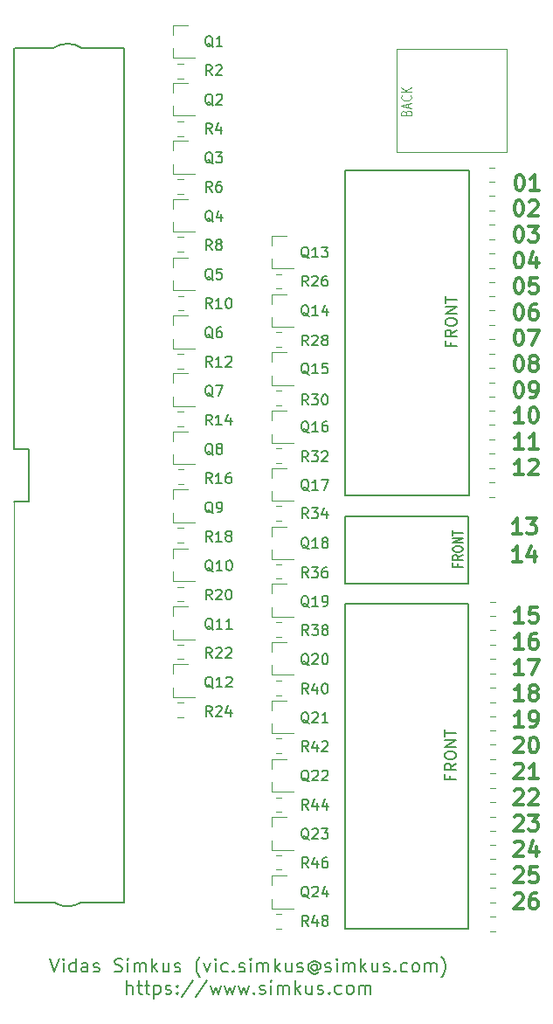
<source format=gto>
G04 #@! TF.GenerationSoftware,KiCad,Pcbnew,5.0.2-bee76a0~70~ubuntu18.04.1*
G04 #@! TF.CreationDate,2019-05-29T18:19:34-05:00*
G04 #@! TF.ProjectId,ADAPTER_BOARD,41444150-5445-4525-9f42-4f4152442e6b,rev?*
G04 #@! TF.SameCoordinates,Original*
G04 #@! TF.FileFunction,Legend,Top*
G04 #@! TF.FilePolarity,Positive*
%FSLAX46Y46*%
G04 Gerber Fmt 4.6, Leading zero omitted, Abs format (unit mm)*
G04 Created by KiCad (PCBNEW 5.0.2-bee76a0~70~ubuntu18.04.1) date Wed 29 May 2019 06:19:34 PM CDT*
%MOMM*%
%LPD*%
G01*
G04 APERTURE LIST*
%ADD10C,0.300000*%
%ADD11C,0.200000*%
%ADD12C,0.150000*%
%ADD13C,0.100000*%
%ADD14C,0.120000*%
G04 APERTURE END LIST*
D10*
X105514285Y-84178571D02*
X104657142Y-84178571D01*
X105085714Y-84178571D02*
X105085714Y-82678571D01*
X104942857Y-82892857D01*
X104800000Y-83035714D01*
X104657142Y-83107142D01*
X106800000Y-83178571D02*
X106800000Y-84178571D01*
X106442857Y-82607142D02*
X106085714Y-83678571D01*
X107014285Y-83678571D01*
X105514285Y-81478571D02*
X104657142Y-81478571D01*
X105085714Y-81478571D02*
X105085714Y-79978571D01*
X104942857Y-80192857D01*
X104800000Y-80335714D01*
X104657142Y-80407142D01*
X106014285Y-79978571D02*
X106942857Y-79978571D01*
X106442857Y-80550000D01*
X106657142Y-80550000D01*
X106800000Y-80621428D01*
X106871428Y-80692857D01*
X106942857Y-80835714D01*
X106942857Y-81192857D01*
X106871428Y-81335714D01*
X106800000Y-81407142D01*
X106657142Y-81478571D01*
X106228571Y-81478571D01*
X106085714Y-81407142D01*
X106014285Y-81335714D01*
X105714285Y-92596752D02*
X104857142Y-92596752D01*
X105285714Y-92596752D02*
X105285714Y-91096752D01*
X105142857Y-91311038D01*
X105000000Y-91453895D01*
X104857142Y-91525323D01*
X107000000Y-91096752D02*
X106714285Y-91096752D01*
X106571428Y-91168181D01*
X106500000Y-91239609D01*
X106357142Y-91453895D01*
X106285714Y-91739609D01*
X106285714Y-92311038D01*
X106357142Y-92453895D01*
X106428571Y-92525323D01*
X106571428Y-92596752D01*
X106857142Y-92596752D01*
X107000000Y-92525323D01*
X107071428Y-92453895D01*
X107142857Y-92311038D01*
X107142857Y-91953895D01*
X107071428Y-91811038D01*
X107000000Y-91739609D01*
X106857142Y-91668181D01*
X106571428Y-91668181D01*
X106428571Y-91739609D01*
X106357142Y-91811038D01*
X106285714Y-91953895D01*
X105714285Y-95114933D02*
X104857142Y-95114933D01*
X105285714Y-95114933D02*
X105285714Y-93614933D01*
X105142857Y-93829219D01*
X105000000Y-93972076D01*
X104857142Y-94043504D01*
X106214285Y-93614933D02*
X107214285Y-93614933D01*
X106571428Y-95114933D01*
X105714285Y-97633114D02*
X104857142Y-97633114D01*
X105285714Y-97633114D02*
X105285714Y-96133114D01*
X105142857Y-96347400D01*
X105000000Y-96490257D01*
X104857142Y-96561685D01*
X106571428Y-96775971D02*
X106428571Y-96704543D01*
X106357142Y-96633114D01*
X106285714Y-96490257D01*
X106285714Y-96418828D01*
X106357142Y-96275971D01*
X106428571Y-96204543D01*
X106571428Y-96133114D01*
X106857142Y-96133114D01*
X107000000Y-96204543D01*
X107071428Y-96275971D01*
X107142857Y-96418828D01*
X107142857Y-96490257D01*
X107071428Y-96633114D01*
X107000000Y-96704543D01*
X106857142Y-96775971D01*
X106571428Y-96775971D01*
X106428571Y-96847400D01*
X106357142Y-96918828D01*
X106285714Y-97061685D01*
X106285714Y-97347400D01*
X106357142Y-97490257D01*
X106428571Y-97561685D01*
X106571428Y-97633114D01*
X106857142Y-97633114D01*
X107000000Y-97561685D01*
X107071428Y-97490257D01*
X107142857Y-97347400D01*
X107142857Y-97061685D01*
X107071428Y-96918828D01*
X107000000Y-96847400D01*
X106857142Y-96775971D01*
X105714285Y-100151295D02*
X104857142Y-100151295D01*
X105285714Y-100151295D02*
X105285714Y-98651295D01*
X105142857Y-98865581D01*
X105000000Y-99008438D01*
X104857142Y-99079866D01*
X106428571Y-100151295D02*
X106714285Y-100151295D01*
X106857142Y-100079866D01*
X106928571Y-100008438D01*
X107071428Y-99794152D01*
X107142857Y-99508438D01*
X107142857Y-98937009D01*
X107071428Y-98794152D01*
X107000000Y-98722724D01*
X106857142Y-98651295D01*
X106571428Y-98651295D01*
X106428571Y-98722724D01*
X106357142Y-98794152D01*
X106285714Y-98937009D01*
X106285714Y-99294152D01*
X106357142Y-99437009D01*
X106428571Y-99508438D01*
X106571428Y-99579866D01*
X106857142Y-99579866D01*
X107000000Y-99508438D01*
X107071428Y-99437009D01*
X107142857Y-99294152D01*
X104857142Y-101312333D02*
X104928571Y-101240905D01*
X105071428Y-101169476D01*
X105428571Y-101169476D01*
X105571428Y-101240905D01*
X105642857Y-101312333D01*
X105714285Y-101455190D01*
X105714285Y-101598047D01*
X105642857Y-101812333D01*
X104785714Y-102669476D01*
X105714285Y-102669476D01*
X106642857Y-101169476D02*
X106785714Y-101169476D01*
X106928571Y-101240905D01*
X107000000Y-101312333D01*
X107071428Y-101455190D01*
X107142857Y-101740905D01*
X107142857Y-102098047D01*
X107071428Y-102383762D01*
X107000000Y-102526619D01*
X106928571Y-102598047D01*
X106785714Y-102669476D01*
X106642857Y-102669476D01*
X106500000Y-102598047D01*
X106428571Y-102526619D01*
X106357142Y-102383762D01*
X106285714Y-102098047D01*
X106285714Y-101740905D01*
X106357142Y-101455190D01*
X106428571Y-101312333D01*
X106500000Y-101240905D01*
X106642857Y-101169476D01*
X104857142Y-103830514D02*
X104928571Y-103759086D01*
X105071428Y-103687657D01*
X105428571Y-103687657D01*
X105571428Y-103759086D01*
X105642857Y-103830514D01*
X105714285Y-103973371D01*
X105714285Y-104116228D01*
X105642857Y-104330514D01*
X104785714Y-105187657D01*
X105714285Y-105187657D01*
X107142857Y-105187657D02*
X106285714Y-105187657D01*
X106714285Y-105187657D02*
X106714285Y-103687657D01*
X106571428Y-103901943D01*
X106428571Y-104044800D01*
X106285714Y-104116228D01*
X104857142Y-106348695D02*
X104928571Y-106277267D01*
X105071428Y-106205838D01*
X105428571Y-106205838D01*
X105571428Y-106277267D01*
X105642857Y-106348695D01*
X105714285Y-106491552D01*
X105714285Y-106634409D01*
X105642857Y-106848695D01*
X104785714Y-107705838D01*
X105714285Y-107705838D01*
X106285714Y-106348695D02*
X106357142Y-106277267D01*
X106500000Y-106205838D01*
X106857142Y-106205838D01*
X107000000Y-106277267D01*
X107071428Y-106348695D01*
X107142857Y-106491552D01*
X107142857Y-106634409D01*
X107071428Y-106848695D01*
X106214285Y-107705838D01*
X107142857Y-107705838D01*
X104857142Y-108866876D02*
X104928571Y-108795448D01*
X105071428Y-108724019D01*
X105428571Y-108724019D01*
X105571428Y-108795448D01*
X105642857Y-108866876D01*
X105714285Y-109009733D01*
X105714285Y-109152590D01*
X105642857Y-109366876D01*
X104785714Y-110224019D01*
X105714285Y-110224019D01*
X106214285Y-108724019D02*
X107142857Y-108724019D01*
X106642857Y-109295448D01*
X106857142Y-109295448D01*
X107000000Y-109366876D01*
X107071428Y-109438305D01*
X107142857Y-109581162D01*
X107142857Y-109938305D01*
X107071428Y-110081162D01*
X107000000Y-110152590D01*
X106857142Y-110224019D01*
X106428571Y-110224019D01*
X106285714Y-110152590D01*
X106214285Y-110081162D01*
X104857142Y-111385057D02*
X104928571Y-111313629D01*
X105071428Y-111242200D01*
X105428571Y-111242200D01*
X105571428Y-111313629D01*
X105642857Y-111385057D01*
X105714285Y-111527914D01*
X105714285Y-111670771D01*
X105642857Y-111885057D01*
X104785714Y-112742200D01*
X105714285Y-112742200D01*
X107000000Y-111742200D02*
X107000000Y-112742200D01*
X106642857Y-111170771D02*
X106285714Y-112242200D01*
X107214285Y-112242200D01*
X104857142Y-113903238D02*
X104928571Y-113831810D01*
X105071428Y-113760381D01*
X105428571Y-113760381D01*
X105571428Y-113831810D01*
X105642857Y-113903238D01*
X105714285Y-114046095D01*
X105714285Y-114188952D01*
X105642857Y-114403238D01*
X104785714Y-115260381D01*
X105714285Y-115260381D01*
X107071428Y-113760381D02*
X106357142Y-113760381D01*
X106285714Y-114474667D01*
X106357142Y-114403238D01*
X106500000Y-114331810D01*
X106857142Y-114331810D01*
X107000000Y-114403238D01*
X107071428Y-114474667D01*
X107142857Y-114617524D01*
X107142857Y-114974667D01*
X107071428Y-115117524D01*
X107000000Y-115188952D01*
X106857142Y-115260381D01*
X106500000Y-115260381D01*
X106357142Y-115188952D01*
X106285714Y-115117524D01*
X104857142Y-116421419D02*
X104928571Y-116349991D01*
X105071428Y-116278562D01*
X105428571Y-116278562D01*
X105571428Y-116349991D01*
X105642857Y-116421419D01*
X105714285Y-116564276D01*
X105714285Y-116707133D01*
X105642857Y-116921419D01*
X104785714Y-117778562D01*
X105714285Y-117778562D01*
X107000000Y-116278562D02*
X106714285Y-116278562D01*
X106571428Y-116349991D01*
X106500000Y-116421419D01*
X106357142Y-116635705D01*
X106285714Y-116921419D01*
X106285714Y-117492848D01*
X106357142Y-117635705D01*
X106428571Y-117707133D01*
X106571428Y-117778562D01*
X106857142Y-117778562D01*
X107000000Y-117707133D01*
X107071428Y-117635705D01*
X107142857Y-117492848D01*
X107142857Y-117135705D01*
X107071428Y-116992848D01*
X107000000Y-116921419D01*
X106857142Y-116849991D01*
X106571428Y-116849991D01*
X106428571Y-116921419D01*
X106357142Y-116992848D01*
X106285714Y-117135705D01*
X105714285Y-90078571D02*
X104857142Y-90078571D01*
X105285714Y-90078571D02*
X105285714Y-88578571D01*
X105142857Y-88792857D01*
X105000000Y-88935714D01*
X104857142Y-89007142D01*
X107071428Y-88578571D02*
X106357142Y-88578571D01*
X106285714Y-89292857D01*
X106357142Y-89221428D01*
X106500000Y-89150000D01*
X106857142Y-89150000D01*
X107000000Y-89221428D01*
X107071428Y-89292857D01*
X107142857Y-89435714D01*
X107142857Y-89792857D01*
X107071428Y-89935714D01*
X107000000Y-90007142D01*
X106857142Y-90078571D01*
X106500000Y-90078571D01*
X106357142Y-90007142D01*
X106285714Y-89935714D01*
D11*
X59847619Y-122613095D02*
X60280952Y-123913095D01*
X60714285Y-122613095D01*
X61147619Y-123913095D02*
X61147619Y-123046428D01*
X61147619Y-122613095D02*
X61085714Y-122675000D01*
X61147619Y-122736904D01*
X61209523Y-122675000D01*
X61147619Y-122613095D01*
X61147619Y-122736904D01*
X62323809Y-123913095D02*
X62323809Y-122613095D01*
X62323809Y-123851190D02*
X62200000Y-123913095D01*
X61952380Y-123913095D01*
X61828571Y-123851190D01*
X61766666Y-123789285D01*
X61704761Y-123665476D01*
X61704761Y-123294047D01*
X61766666Y-123170238D01*
X61828571Y-123108333D01*
X61952380Y-123046428D01*
X62200000Y-123046428D01*
X62323809Y-123108333D01*
X63500000Y-123913095D02*
X63500000Y-123232142D01*
X63438095Y-123108333D01*
X63314285Y-123046428D01*
X63066666Y-123046428D01*
X62942857Y-123108333D01*
X63500000Y-123851190D02*
X63376190Y-123913095D01*
X63066666Y-123913095D01*
X62942857Y-123851190D01*
X62880952Y-123727380D01*
X62880952Y-123603571D01*
X62942857Y-123479761D01*
X63066666Y-123417857D01*
X63376190Y-123417857D01*
X63500000Y-123355952D01*
X64057142Y-123851190D02*
X64180952Y-123913095D01*
X64428571Y-123913095D01*
X64552380Y-123851190D01*
X64614285Y-123727380D01*
X64614285Y-123665476D01*
X64552380Y-123541666D01*
X64428571Y-123479761D01*
X64242857Y-123479761D01*
X64119047Y-123417857D01*
X64057142Y-123294047D01*
X64057142Y-123232142D01*
X64119047Y-123108333D01*
X64242857Y-123046428D01*
X64428571Y-123046428D01*
X64552380Y-123108333D01*
X66100000Y-123851190D02*
X66285714Y-123913095D01*
X66595238Y-123913095D01*
X66719047Y-123851190D01*
X66780952Y-123789285D01*
X66842857Y-123665476D01*
X66842857Y-123541666D01*
X66780952Y-123417857D01*
X66719047Y-123355952D01*
X66595238Y-123294047D01*
X66347619Y-123232142D01*
X66223809Y-123170238D01*
X66161904Y-123108333D01*
X66100000Y-122984523D01*
X66100000Y-122860714D01*
X66161904Y-122736904D01*
X66223809Y-122675000D01*
X66347619Y-122613095D01*
X66657142Y-122613095D01*
X66842857Y-122675000D01*
X67400000Y-123913095D02*
X67400000Y-123046428D01*
X67400000Y-122613095D02*
X67338095Y-122675000D01*
X67400000Y-122736904D01*
X67461904Y-122675000D01*
X67400000Y-122613095D01*
X67400000Y-122736904D01*
X68019047Y-123913095D02*
X68019047Y-123046428D01*
X68019047Y-123170238D02*
X68080952Y-123108333D01*
X68204761Y-123046428D01*
X68390476Y-123046428D01*
X68514285Y-123108333D01*
X68576190Y-123232142D01*
X68576190Y-123913095D01*
X68576190Y-123232142D02*
X68638095Y-123108333D01*
X68761904Y-123046428D01*
X68947619Y-123046428D01*
X69071428Y-123108333D01*
X69133333Y-123232142D01*
X69133333Y-123913095D01*
X69752380Y-123913095D02*
X69752380Y-122613095D01*
X69876190Y-123417857D02*
X70247619Y-123913095D01*
X70247619Y-123046428D02*
X69752380Y-123541666D01*
X71361904Y-123046428D02*
X71361904Y-123913095D01*
X70804761Y-123046428D02*
X70804761Y-123727380D01*
X70866666Y-123851190D01*
X70990476Y-123913095D01*
X71176190Y-123913095D01*
X71300000Y-123851190D01*
X71361904Y-123789285D01*
X71919047Y-123851190D02*
X72042857Y-123913095D01*
X72290476Y-123913095D01*
X72414285Y-123851190D01*
X72476190Y-123727380D01*
X72476190Y-123665476D01*
X72414285Y-123541666D01*
X72290476Y-123479761D01*
X72104761Y-123479761D01*
X71980952Y-123417857D01*
X71919047Y-123294047D01*
X71919047Y-123232142D01*
X71980952Y-123108333D01*
X72104761Y-123046428D01*
X72290476Y-123046428D01*
X72414285Y-123108333D01*
X74395238Y-124408333D02*
X74333333Y-124346428D01*
X74209523Y-124160714D01*
X74147619Y-124036904D01*
X74085714Y-123851190D01*
X74023809Y-123541666D01*
X74023809Y-123294047D01*
X74085714Y-122984523D01*
X74147619Y-122798809D01*
X74209523Y-122675000D01*
X74333333Y-122489285D01*
X74395238Y-122427380D01*
X74766666Y-123046428D02*
X75076190Y-123913095D01*
X75385714Y-123046428D01*
X75880952Y-123913095D02*
X75880952Y-123046428D01*
X75880952Y-122613095D02*
X75819047Y-122675000D01*
X75880952Y-122736904D01*
X75942857Y-122675000D01*
X75880952Y-122613095D01*
X75880952Y-122736904D01*
X77057142Y-123851190D02*
X76933333Y-123913095D01*
X76685714Y-123913095D01*
X76561904Y-123851190D01*
X76500000Y-123789285D01*
X76438095Y-123665476D01*
X76438095Y-123294047D01*
X76500000Y-123170238D01*
X76561904Y-123108333D01*
X76685714Y-123046428D01*
X76933333Y-123046428D01*
X77057142Y-123108333D01*
X77614285Y-123789285D02*
X77676190Y-123851190D01*
X77614285Y-123913095D01*
X77552380Y-123851190D01*
X77614285Y-123789285D01*
X77614285Y-123913095D01*
X78171428Y-123851190D02*
X78295238Y-123913095D01*
X78542857Y-123913095D01*
X78666666Y-123851190D01*
X78728571Y-123727380D01*
X78728571Y-123665476D01*
X78666666Y-123541666D01*
X78542857Y-123479761D01*
X78357142Y-123479761D01*
X78233333Y-123417857D01*
X78171428Y-123294047D01*
X78171428Y-123232142D01*
X78233333Y-123108333D01*
X78357142Y-123046428D01*
X78542857Y-123046428D01*
X78666666Y-123108333D01*
X79285714Y-123913095D02*
X79285714Y-123046428D01*
X79285714Y-122613095D02*
X79223809Y-122675000D01*
X79285714Y-122736904D01*
X79347619Y-122675000D01*
X79285714Y-122613095D01*
X79285714Y-122736904D01*
X79904761Y-123913095D02*
X79904761Y-123046428D01*
X79904761Y-123170238D02*
X79966666Y-123108333D01*
X80090476Y-123046428D01*
X80276190Y-123046428D01*
X80400000Y-123108333D01*
X80461904Y-123232142D01*
X80461904Y-123913095D01*
X80461904Y-123232142D02*
X80523809Y-123108333D01*
X80647619Y-123046428D01*
X80833333Y-123046428D01*
X80957142Y-123108333D01*
X81019047Y-123232142D01*
X81019047Y-123913095D01*
X81638095Y-123913095D02*
X81638095Y-122613095D01*
X81761904Y-123417857D02*
X82133333Y-123913095D01*
X82133333Y-123046428D02*
X81638095Y-123541666D01*
X83247619Y-123046428D02*
X83247619Y-123913095D01*
X82690476Y-123046428D02*
X82690476Y-123727380D01*
X82752380Y-123851190D01*
X82876190Y-123913095D01*
X83061904Y-123913095D01*
X83185714Y-123851190D01*
X83247619Y-123789285D01*
X83804761Y-123851190D02*
X83928571Y-123913095D01*
X84176190Y-123913095D01*
X84300000Y-123851190D01*
X84361904Y-123727380D01*
X84361904Y-123665476D01*
X84300000Y-123541666D01*
X84176190Y-123479761D01*
X83990476Y-123479761D01*
X83866666Y-123417857D01*
X83804761Y-123294047D01*
X83804761Y-123232142D01*
X83866666Y-123108333D01*
X83990476Y-123046428D01*
X84176190Y-123046428D01*
X84300000Y-123108333D01*
X85723809Y-123294047D02*
X85661904Y-123232142D01*
X85538095Y-123170238D01*
X85414285Y-123170238D01*
X85290476Y-123232142D01*
X85228571Y-123294047D01*
X85166666Y-123417857D01*
X85166666Y-123541666D01*
X85228571Y-123665476D01*
X85290476Y-123727380D01*
X85414285Y-123789285D01*
X85538095Y-123789285D01*
X85661904Y-123727380D01*
X85723809Y-123665476D01*
X85723809Y-123170238D02*
X85723809Y-123665476D01*
X85785714Y-123727380D01*
X85847619Y-123727380D01*
X85971428Y-123665476D01*
X86033333Y-123541666D01*
X86033333Y-123232142D01*
X85909523Y-123046428D01*
X85723809Y-122922619D01*
X85476190Y-122860714D01*
X85228571Y-122922619D01*
X85042857Y-123046428D01*
X84919047Y-123232142D01*
X84857142Y-123479761D01*
X84919047Y-123727380D01*
X85042857Y-123913095D01*
X85228571Y-124036904D01*
X85476190Y-124098809D01*
X85723809Y-124036904D01*
X85909523Y-123913095D01*
X86528571Y-123851190D02*
X86652380Y-123913095D01*
X86900000Y-123913095D01*
X87023809Y-123851190D01*
X87085714Y-123727380D01*
X87085714Y-123665476D01*
X87023809Y-123541666D01*
X86900000Y-123479761D01*
X86714285Y-123479761D01*
X86590476Y-123417857D01*
X86528571Y-123294047D01*
X86528571Y-123232142D01*
X86590476Y-123108333D01*
X86714285Y-123046428D01*
X86900000Y-123046428D01*
X87023809Y-123108333D01*
X87642857Y-123913095D02*
X87642857Y-123046428D01*
X87642857Y-122613095D02*
X87580952Y-122675000D01*
X87642857Y-122736904D01*
X87704761Y-122675000D01*
X87642857Y-122613095D01*
X87642857Y-122736904D01*
X88261904Y-123913095D02*
X88261904Y-123046428D01*
X88261904Y-123170238D02*
X88323809Y-123108333D01*
X88447619Y-123046428D01*
X88633333Y-123046428D01*
X88757142Y-123108333D01*
X88819047Y-123232142D01*
X88819047Y-123913095D01*
X88819047Y-123232142D02*
X88880952Y-123108333D01*
X89004761Y-123046428D01*
X89190476Y-123046428D01*
X89314285Y-123108333D01*
X89376190Y-123232142D01*
X89376190Y-123913095D01*
X89995238Y-123913095D02*
X89995238Y-122613095D01*
X90119047Y-123417857D02*
X90490476Y-123913095D01*
X90490476Y-123046428D02*
X89995238Y-123541666D01*
X91604761Y-123046428D02*
X91604761Y-123913095D01*
X91047619Y-123046428D02*
X91047619Y-123727380D01*
X91109523Y-123851190D01*
X91233333Y-123913095D01*
X91419047Y-123913095D01*
X91542857Y-123851190D01*
X91604761Y-123789285D01*
X92161904Y-123851190D02*
X92285714Y-123913095D01*
X92533333Y-123913095D01*
X92657142Y-123851190D01*
X92719047Y-123727380D01*
X92719047Y-123665476D01*
X92657142Y-123541666D01*
X92533333Y-123479761D01*
X92347619Y-123479761D01*
X92223809Y-123417857D01*
X92161904Y-123294047D01*
X92161904Y-123232142D01*
X92223809Y-123108333D01*
X92347619Y-123046428D01*
X92533333Y-123046428D01*
X92657142Y-123108333D01*
X93276190Y-123789285D02*
X93338095Y-123851190D01*
X93276190Y-123913095D01*
X93214285Y-123851190D01*
X93276190Y-123789285D01*
X93276190Y-123913095D01*
X94452380Y-123851190D02*
X94328571Y-123913095D01*
X94080952Y-123913095D01*
X93957142Y-123851190D01*
X93895238Y-123789285D01*
X93833333Y-123665476D01*
X93833333Y-123294047D01*
X93895238Y-123170238D01*
X93957142Y-123108333D01*
X94080952Y-123046428D01*
X94328571Y-123046428D01*
X94452380Y-123108333D01*
X95195238Y-123913095D02*
X95071428Y-123851190D01*
X95009523Y-123789285D01*
X94947619Y-123665476D01*
X94947619Y-123294047D01*
X95009523Y-123170238D01*
X95071428Y-123108333D01*
X95195238Y-123046428D01*
X95380952Y-123046428D01*
X95504761Y-123108333D01*
X95566666Y-123170238D01*
X95628571Y-123294047D01*
X95628571Y-123665476D01*
X95566666Y-123789285D01*
X95504761Y-123851190D01*
X95380952Y-123913095D01*
X95195238Y-123913095D01*
X96185714Y-123913095D02*
X96185714Y-123046428D01*
X96185714Y-123170238D02*
X96247619Y-123108333D01*
X96371428Y-123046428D01*
X96557142Y-123046428D01*
X96680952Y-123108333D01*
X96742857Y-123232142D01*
X96742857Y-123913095D01*
X96742857Y-123232142D02*
X96804761Y-123108333D01*
X96928571Y-123046428D01*
X97114285Y-123046428D01*
X97238095Y-123108333D01*
X97300000Y-123232142D01*
X97300000Y-123913095D01*
X97795238Y-124408333D02*
X97857142Y-124346428D01*
X97980952Y-124160714D01*
X98042857Y-124036904D01*
X98104761Y-123851190D01*
X98166666Y-123541666D01*
X98166666Y-123294047D01*
X98104761Y-122984523D01*
X98042857Y-122798809D01*
X97980952Y-122675000D01*
X97857142Y-122489285D01*
X97795238Y-122427380D01*
X67276190Y-126063095D02*
X67276190Y-124763095D01*
X67833333Y-126063095D02*
X67833333Y-125382142D01*
X67771428Y-125258333D01*
X67647619Y-125196428D01*
X67461904Y-125196428D01*
X67338095Y-125258333D01*
X67276190Y-125320238D01*
X68266666Y-125196428D02*
X68761904Y-125196428D01*
X68452380Y-124763095D02*
X68452380Y-125877380D01*
X68514285Y-126001190D01*
X68638095Y-126063095D01*
X68761904Y-126063095D01*
X69009523Y-125196428D02*
X69504761Y-125196428D01*
X69195238Y-124763095D02*
X69195238Y-125877380D01*
X69257142Y-126001190D01*
X69380952Y-126063095D01*
X69504761Y-126063095D01*
X69938095Y-125196428D02*
X69938095Y-126496428D01*
X69938095Y-125258333D02*
X70061904Y-125196428D01*
X70309523Y-125196428D01*
X70433333Y-125258333D01*
X70495238Y-125320238D01*
X70557142Y-125444047D01*
X70557142Y-125815476D01*
X70495238Y-125939285D01*
X70433333Y-126001190D01*
X70309523Y-126063095D01*
X70061904Y-126063095D01*
X69938095Y-126001190D01*
X71052380Y-126001190D02*
X71176190Y-126063095D01*
X71423809Y-126063095D01*
X71547619Y-126001190D01*
X71609523Y-125877380D01*
X71609523Y-125815476D01*
X71547619Y-125691666D01*
X71423809Y-125629761D01*
X71238095Y-125629761D01*
X71114285Y-125567857D01*
X71052380Y-125444047D01*
X71052380Y-125382142D01*
X71114285Y-125258333D01*
X71238095Y-125196428D01*
X71423809Y-125196428D01*
X71547619Y-125258333D01*
X72166666Y-125939285D02*
X72228571Y-126001190D01*
X72166666Y-126063095D01*
X72104761Y-126001190D01*
X72166666Y-125939285D01*
X72166666Y-126063095D01*
X72166666Y-125258333D02*
X72228571Y-125320238D01*
X72166666Y-125382142D01*
X72104761Y-125320238D01*
X72166666Y-125258333D01*
X72166666Y-125382142D01*
X73714285Y-124701190D02*
X72600000Y-126372619D01*
X75076190Y-124701190D02*
X73961904Y-126372619D01*
X75385714Y-125196428D02*
X75633333Y-126063095D01*
X75880952Y-125444047D01*
X76128571Y-126063095D01*
X76376190Y-125196428D01*
X76747619Y-125196428D02*
X76995238Y-126063095D01*
X77242857Y-125444047D01*
X77490476Y-126063095D01*
X77738095Y-125196428D01*
X78109523Y-125196428D02*
X78357142Y-126063095D01*
X78604761Y-125444047D01*
X78852380Y-126063095D01*
X79100000Y-125196428D01*
X79595238Y-125939285D02*
X79657142Y-126001190D01*
X79595238Y-126063095D01*
X79533333Y-126001190D01*
X79595238Y-125939285D01*
X79595238Y-126063095D01*
X80152380Y-126001190D02*
X80276190Y-126063095D01*
X80523809Y-126063095D01*
X80647619Y-126001190D01*
X80709523Y-125877380D01*
X80709523Y-125815476D01*
X80647619Y-125691666D01*
X80523809Y-125629761D01*
X80338095Y-125629761D01*
X80214285Y-125567857D01*
X80152380Y-125444047D01*
X80152380Y-125382142D01*
X80214285Y-125258333D01*
X80338095Y-125196428D01*
X80523809Y-125196428D01*
X80647619Y-125258333D01*
X81266666Y-126063095D02*
X81266666Y-125196428D01*
X81266666Y-124763095D02*
X81204761Y-124825000D01*
X81266666Y-124886904D01*
X81328571Y-124825000D01*
X81266666Y-124763095D01*
X81266666Y-124886904D01*
X81885714Y-126063095D02*
X81885714Y-125196428D01*
X81885714Y-125320238D02*
X81947619Y-125258333D01*
X82071428Y-125196428D01*
X82257142Y-125196428D01*
X82380952Y-125258333D01*
X82442857Y-125382142D01*
X82442857Y-126063095D01*
X82442857Y-125382142D02*
X82504761Y-125258333D01*
X82628571Y-125196428D01*
X82814285Y-125196428D01*
X82938095Y-125258333D01*
X83000000Y-125382142D01*
X83000000Y-126063095D01*
X83619047Y-126063095D02*
X83619047Y-124763095D01*
X83742857Y-125567857D02*
X84114285Y-126063095D01*
X84114285Y-125196428D02*
X83619047Y-125691666D01*
X85228571Y-125196428D02*
X85228571Y-126063095D01*
X84671428Y-125196428D02*
X84671428Y-125877380D01*
X84733333Y-126001190D01*
X84857142Y-126063095D01*
X85042857Y-126063095D01*
X85166666Y-126001190D01*
X85228571Y-125939285D01*
X85785714Y-126001190D02*
X85909523Y-126063095D01*
X86157142Y-126063095D01*
X86280952Y-126001190D01*
X86342857Y-125877380D01*
X86342857Y-125815476D01*
X86280952Y-125691666D01*
X86157142Y-125629761D01*
X85971428Y-125629761D01*
X85847619Y-125567857D01*
X85785714Y-125444047D01*
X85785714Y-125382142D01*
X85847619Y-125258333D01*
X85971428Y-125196428D01*
X86157142Y-125196428D01*
X86280952Y-125258333D01*
X86900000Y-125939285D02*
X86961904Y-126001190D01*
X86900000Y-126063095D01*
X86838095Y-126001190D01*
X86900000Y-125939285D01*
X86900000Y-126063095D01*
X88076190Y-126001190D02*
X87952380Y-126063095D01*
X87704761Y-126063095D01*
X87580952Y-126001190D01*
X87519047Y-125939285D01*
X87457142Y-125815476D01*
X87457142Y-125444047D01*
X87519047Y-125320238D01*
X87580952Y-125258333D01*
X87704761Y-125196428D01*
X87952380Y-125196428D01*
X88076190Y-125258333D01*
X88819047Y-126063095D02*
X88695238Y-126001190D01*
X88633333Y-125939285D01*
X88571428Y-125815476D01*
X88571428Y-125444047D01*
X88633333Y-125320238D01*
X88695238Y-125258333D01*
X88819047Y-125196428D01*
X89004761Y-125196428D01*
X89128571Y-125258333D01*
X89190476Y-125320238D01*
X89252380Y-125444047D01*
X89252380Y-125815476D01*
X89190476Y-125939285D01*
X89128571Y-126001190D01*
X89004761Y-126063095D01*
X88819047Y-126063095D01*
X89809523Y-126063095D02*
X89809523Y-125196428D01*
X89809523Y-125320238D02*
X89871428Y-125258333D01*
X89995238Y-125196428D01*
X90180952Y-125196428D01*
X90304761Y-125258333D01*
X90366666Y-125382142D01*
X90366666Y-126063095D01*
X90366666Y-125382142D02*
X90428571Y-125258333D01*
X90552380Y-125196428D01*
X90738095Y-125196428D01*
X90861904Y-125258333D01*
X90923809Y-125382142D01*
X90923809Y-126063095D01*
D10*
X105714285Y-75738562D02*
X104857142Y-75738562D01*
X105285714Y-75738562D02*
X105285714Y-74238562D01*
X105142857Y-74452848D01*
X105000000Y-74595705D01*
X104857142Y-74667133D01*
X106285714Y-74381419D02*
X106357142Y-74309991D01*
X106500000Y-74238562D01*
X106857142Y-74238562D01*
X107000000Y-74309991D01*
X107071428Y-74381419D01*
X107142857Y-74524276D01*
X107142857Y-74667133D01*
X107071428Y-74881419D01*
X106214285Y-75738562D01*
X107142857Y-75738562D01*
X105714285Y-73230381D02*
X104857142Y-73230381D01*
X105285714Y-73230381D02*
X105285714Y-71730381D01*
X105142857Y-71944667D01*
X105000000Y-72087524D01*
X104857142Y-72158952D01*
X107142857Y-73230381D02*
X106285714Y-73230381D01*
X106714285Y-73230381D02*
X106714285Y-71730381D01*
X106571428Y-71944667D01*
X106428571Y-72087524D01*
X106285714Y-72158952D01*
X105714285Y-70722200D02*
X104857142Y-70722200D01*
X105285714Y-70722200D02*
X105285714Y-69222200D01*
X105142857Y-69436486D01*
X105000000Y-69579343D01*
X104857142Y-69650771D01*
X106642857Y-69222200D02*
X106785714Y-69222200D01*
X106928571Y-69293629D01*
X107000000Y-69365057D01*
X107071428Y-69507914D01*
X107142857Y-69793629D01*
X107142857Y-70150771D01*
X107071428Y-70436486D01*
X107000000Y-70579343D01*
X106928571Y-70650771D01*
X106785714Y-70722200D01*
X106642857Y-70722200D01*
X106500000Y-70650771D01*
X106428571Y-70579343D01*
X106357142Y-70436486D01*
X106285714Y-70150771D01*
X106285714Y-69793629D01*
X106357142Y-69507914D01*
X106428571Y-69365057D01*
X106500000Y-69293629D01*
X106642857Y-69222200D01*
X105214285Y-66714019D02*
X105357142Y-66714019D01*
X105500000Y-66785448D01*
X105571428Y-66856876D01*
X105642857Y-66999733D01*
X105714285Y-67285448D01*
X105714285Y-67642590D01*
X105642857Y-67928305D01*
X105571428Y-68071162D01*
X105500000Y-68142590D01*
X105357142Y-68214019D01*
X105214285Y-68214019D01*
X105071428Y-68142590D01*
X105000000Y-68071162D01*
X104928571Y-67928305D01*
X104857142Y-67642590D01*
X104857142Y-67285448D01*
X104928571Y-66999733D01*
X105000000Y-66856876D01*
X105071428Y-66785448D01*
X105214285Y-66714019D01*
X106428571Y-68214019D02*
X106714285Y-68214019D01*
X106857142Y-68142590D01*
X106928571Y-68071162D01*
X107071428Y-67856876D01*
X107142857Y-67571162D01*
X107142857Y-66999733D01*
X107071428Y-66856876D01*
X107000000Y-66785448D01*
X106857142Y-66714019D01*
X106571428Y-66714019D01*
X106428571Y-66785448D01*
X106357142Y-66856876D01*
X106285714Y-66999733D01*
X106285714Y-67356876D01*
X106357142Y-67499733D01*
X106428571Y-67571162D01*
X106571428Y-67642590D01*
X106857142Y-67642590D01*
X107000000Y-67571162D01*
X107071428Y-67499733D01*
X107142857Y-67356876D01*
X105214285Y-64205838D02*
X105357142Y-64205838D01*
X105500000Y-64277267D01*
X105571428Y-64348695D01*
X105642857Y-64491552D01*
X105714285Y-64777267D01*
X105714285Y-65134409D01*
X105642857Y-65420124D01*
X105571428Y-65562981D01*
X105500000Y-65634409D01*
X105357142Y-65705838D01*
X105214285Y-65705838D01*
X105071428Y-65634409D01*
X105000000Y-65562981D01*
X104928571Y-65420124D01*
X104857142Y-65134409D01*
X104857142Y-64777267D01*
X104928571Y-64491552D01*
X105000000Y-64348695D01*
X105071428Y-64277267D01*
X105214285Y-64205838D01*
X106571428Y-64848695D02*
X106428571Y-64777267D01*
X106357142Y-64705838D01*
X106285714Y-64562981D01*
X106285714Y-64491552D01*
X106357142Y-64348695D01*
X106428571Y-64277267D01*
X106571428Y-64205838D01*
X106857142Y-64205838D01*
X107000000Y-64277267D01*
X107071428Y-64348695D01*
X107142857Y-64491552D01*
X107142857Y-64562981D01*
X107071428Y-64705838D01*
X107000000Y-64777267D01*
X106857142Y-64848695D01*
X106571428Y-64848695D01*
X106428571Y-64920124D01*
X106357142Y-64991552D01*
X106285714Y-65134409D01*
X106285714Y-65420124D01*
X106357142Y-65562981D01*
X106428571Y-65634409D01*
X106571428Y-65705838D01*
X106857142Y-65705838D01*
X107000000Y-65634409D01*
X107071428Y-65562981D01*
X107142857Y-65420124D01*
X107142857Y-65134409D01*
X107071428Y-64991552D01*
X107000000Y-64920124D01*
X106857142Y-64848695D01*
X105214285Y-61697657D02*
X105357142Y-61697657D01*
X105500000Y-61769086D01*
X105571428Y-61840514D01*
X105642857Y-61983371D01*
X105714285Y-62269086D01*
X105714285Y-62626228D01*
X105642857Y-62911943D01*
X105571428Y-63054800D01*
X105500000Y-63126228D01*
X105357142Y-63197657D01*
X105214285Y-63197657D01*
X105071428Y-63126228D01*
X105000000Y-63054800D01*
X104928571Y-62911943D01*
X104857142Y-62626228D01*
X104857142Y-62269086D01*
X104928571Y-61983371D01*
X105000000Y-61840514D01*
X105071428Y-61769086D01*
X105214285Y-61697657D01*
X106214285Y-61697657D02*
X107214285Y-61697657D01*
X106571428Y-63197657D01*
X105214285Y-59189476D02*
X105357142Y-59189476D01*
X105500000Y-59260905D01*
X105571428Y-59332333D01*
X105642857Y-59475190D01*
X105714285Y-59760905D01*
X105714285Y-60118047D01*
X105642857Y-60403762D01*
X105571428Y-60546619D01*
X105500000Y-60618047D01*
X105357142Y-60689476D01*
X105214285Y-60689476D01*
X105071428Y-60618047D01*
X105000000Y-60546619D01*
X104928571Y-60403762D01*
X104857142Y-60118047D01*
X104857142Y-59760905D01*
X104928571Y-59475190D01*
X105000000Y-59332333D01*
X105071428Y-59260905D01*
X105214285Y-59189476D01*
X107000000Y-59189476D02*
X106714285Y-59189476D01*
X106571428Y-59260905D01*
X106500000Y-59332333D01*
X106357142Y-59546619D01*
X106285714Y-59832333D01*
X106285714Y-60403762D01*
X106357142Y-60546619D01*
X106428571Y-60618047D01*
X106571428Y-60689476D01*
X106857142Y-60689476D01*
X107000000Y-60618047D01*
X107071428Y-60546619D01*
X107142857Y-60403762D01*
X107142857Y-60046619D01*
X107071428Y-59903762D01*
X107000000Y-59832333D01*
X106857142Y-59760905D01*
X106571428Y-59760905D01*
X106428571Y-59832333D01*
X106357142Y-59903762D01*
X106285714Y-60046619D01*
X105214285Y-56681295D02*
X105357142Y-56681295D01*
X105500000Y-56752724D01*
X105571428Y-56824152D01*
X105642857Y-56967009D01*
X105714285Y-57252724D01*
X105714285Y-57609866D01*
X105642857Y-57895581D01*
X105571428Y-58038438D01*
X105500000Y-58109866D01*
X105357142Y-58181295D01*
X105214285Y-58181295D01*
X105071428Y-58109866D01*
X105000000Y-58038438D01*
X104928571Y-57895581D01*
X104857142Y-57609866D01*
X104857142Y-57252724D01*
X104928571Y-56967009D01*
X105000000Y-56824152D01*
X105071428Y-56752724D01*
X105214285Y-56681295D01*
X107071428Y-56681295D02*
X106357142Y-56681295D01*
X106285714Y-57395581D01*
X106357142Y-57324152D01*
X106500000Y-57252724D01*
X106857142Y-57252724D01*
X107000000Y-57324152D01*
X107071428Y-57395581D01*
X107142857Y-57538438D01*
X107142857Y-57895581D01*
X107071428Y-58038438D01*
X107000000Y-58109866D01*
X106857142Y-58181295D01*
X106500000Y-58181295D01*
X106357142Y-58109866D01*
X106285714Y-58038438D01*
X105214285Y-54173114D02*
X105357142Y-54173114D01*
X105500000Y-54244543D01*
X105571428Y-54315971D01*
X105642857Y-54458828D01*
X105714285Y-54744543D01*
X105714285Y-55101685D01*
X105642857Y-55387400D01*
X105571428Y-55530257D01*
X105500000Y-55601685D01*
X105357142Y-55673114D01*
X105214285Y-55673114D01*
X105071428Y-55601685D01*
X105000000Y-55530257D01*
X104928571Y-55387400D01*
X104857142Y-55101685D01*
X104857142Y-54744543D01*
X104928571Y-54458828D01*
X105000000Y-54315971D01*
X105071428Y-54244543D01*
X105214285Y-54173114D01*
X107000000Y-54673114D02*
X107000000Y-55673114D01*
X106642857Y-54101685D02*
X106285714Y-55173114D01*
X107214285Y-55173114D01*
X105214285Y-51664933D02*
X105357142Y-51664933D01*
X105500000Y-51736362D01*
X105571428Y-51807790D01*
X105642857Y-51950647D01*
X105714285Y-52236362D01*
X105714285Y-52593504D01*
X105642857Y-52879219D01*
X105571428Y-53022076D01*
X105500000Y-53093504D01*
X105357142Y-53164933D01*
X105214285Y-53164933D01*
X105071428Y-53093504D01*
X105000000Y-53022076D01*
X104928571Y-52879219D01*
X104857142Y-52593504D01*
X104857142Y-52236362D01*
X104928571Y-51950647D01*
X105000000Y-51807790D01*
X105071428Y-51736362D01*
X105214285Y-51664933D01*
X106214285Y-51664933D02*
X107142857Y-51664933D01*
X106642857Y-52236362D01*
X106857142Y-52236362D01*
X107000000Y-52307790D01*
X107071428Y-52379219D01*
X107142857Y-52522076D01*
X107142857Y-52879219D01*
X107071428Y-53022076D01*
X107000000Y-53093504D01*
X106857142Y-53164933D01*
X106428571Y-53164933D01*
X106285714Y-53093504D01*
X106214285Y-53022076D01*
X105214285Y-49156752D02*
X105357142Y-49156752D01*
X105500000Y-49228181D01*
X105571428Y-49299609D01*
X105642857Y-49442466D01*
X105714285Y-49728181D01*
X105714285Y-50085323D01*
X105642857Y-50371038D01*
X105571428Y-50513895D01*
X105500000Y-50585323D01*
X105357142Y-50656752D01*
X105214285Y-50656752D01*
X105071428Y-50585323D01*
X105000000Y-50513895D01*
X104928571Y-50371038D01*
X104857142Y-50085323D01*
X104857142Y-49728181D01*
X104928571Y-49442466D01*
X105000000Y-49299609D01*
X105071428Y-49228181D01*
X105214285Y-49156752D01*
X106285714Y-49299609D02*
X106357142Y-49228181D01*
X106500000Y-49156752D01*
X106857142Y-49156752D01*
X107000000Y-49228181D01*
X107071428Y-49299609D01*
X107142857Y-49442466D01*
X107142857Y-49585323D01*
X107071428Y-49799609D01*
X106214285Y-50656752D01*
X107142857Y-50656752D01*
X105284285Y-46648571D02*
X105427142Y-46648571D01*
X105570000Y-46720000D01*
X105641428Y-46791428D01*
X105712857Y-46934285D01*
X105784285Y-47220000D01*
X105784285Y-47577142D01*
X105712857Y-47862857D01*
X105641428Y-48005714D01*
X105570000Y-48077142D01*
X105427142Y-48148571D01*
X105284285Y-48148571D01*
X105141428Y-48077142D01*
X105070000Y-48005714D01*
X104998571Y-47862857D01*
X104927142Y-47577142D01*
X104927142Y-47220000D01*
X104998571Y-46934285D01*
X105070000Y-46791428D01*
X105141428Y-46720000D01*
X105284285Y-46648571D01*
X107212857Y-48148571D02*
X106355714Y-48148571D01*
X106784285Y-48148571D02*
X106784285Y-46648571D01*
X106641428Y-46862857D01*
X106498571Y-47005714D01*
X106355714Y-47077142D01*
D12*
G04 #@! TO.C,BOARD1*
X56350000Y-73240000D02*
X57750000Y-73240000D01*
X57750000Y-78320000D02*
X56350000Y-78320000D01*
X56350000Y-34359145D02*
X56350000Y-73240000D01*
X57750000Y-73240000D02*
X57750000Y-78320000D01*
X62873114Y-117172006D02*
X67050000Y-117180855D01*
D13*
X56350000Y-78320000D02*
X56350000Y-117159146D01*
D12*
X60197074Y-34367430D02*
X56400000Y-34359145D01*
X67050000Y-34380854D02*
X62909901Y-34372067D01*
X56400000Y-117159146D02*
X60219844Y-117167471D01*
X60198288Y-34366627D02*
G75*
G02X62909901Y-34372067I1351712J-2043373D01*
G01*
X62874212Y-117171301D02*
G75*
G02X60219844Y-117167471I-1324212J2061301D01*
G01*
X67050000Y-117180855D02*
X67050000Y-34380854D01*
G04 #@! TO.C,PLC1-12*
X100450000Y-46200000D02*
X88450000Y-46200000D01*
X100450000Y-77700000D02*
X100450000Y-46200000D01*
X88450000Y-77700000D02*
X88450000Y-46200000D01*
X100450000Y-77700000D02*
X88450000Y-77700000D01*
G04 #@! TO.C,PLC13-14*
X100400000Y-88200000D02*
X88400000Y-88200000D01*
X100400000Y-119700000D02*
X100400000Y-88200000D01*
X88400000Y-119700000D02*
X88400000Y-88200000D01*
X100400000Y-119700000D02*
X88400000Y-119700000D01*
G04 #@! TO.C,PLC24*
X100420000Y-86250000D02*
X88420000Y-86250000D01*
X100420000Y-86250000D02*
X100420000Y-79750000D01*
X100420000Y-79750000D02*
X88420000Y-79750000D01*
X88420000Y-86250000D02*
X88420000Y-79750000D01*
D14*
G04 #@! TO.C,R18*
X72221422Y-82310000D02*
X72738578Y-82310000D01*
X72221422Y-80890000D02*
X72738578Y-80890000D01*
G04 #@! TO.C,Q5*
X71740000Y-54720000D02*
X73200000Y-54720000D01*
X71740000Y-57880000D02*
X73900000Y-57880000D01*
X71740000Y-57880000D02*
X71740000Y-56950000D01*
X71740000Y-54720000D02*
X71740000Y-55650000D01*
D13*
G04 #@! TO.C,VDC24*
X104110000Y-44450000D02*
X93410000Y-44450000D01*
X104110000Y-44450000D02*
X104110000Y-34450000D01*
X104110000Y-34450000D02*
X93410000Y-34450000D01*
X93410000Y-44450000D02*
X93410000Y-34450000D01*
D14*
G04 #@! TO.C,Q1*
X71740000Y-32170000D02*
X73200000Y-32170000D01*
X71740000Y-35330000D02*
X73900000Y-35330000D01*
X71740000Y-35330000D02*
X71740000Y-34400000D01*
X71740000Y-32170000D02*
X71740000Y-33100000D01*
G04 #@! TO.C,Q2*
X71740000Y-37783042D02*
X71740000Y-38713042D01*
X71740000Y-40943042D02*
X71740000Y-40013042D01*
X71740000Y-40943042D02*
X73900000Y-40943042D01*
X71740000Y-37783042D02*
X73200000Y-37783042D01*
G04 #@! TO.C,Q3*
X71740000Y-43396084D02*
X73200000Y-43396084D01*
X71740000Y-46556084D02*
X73900000Y-46556084D01*
X71740000Y-46556084D02*
X71740000Y-45626084D01*
X71740000Y-43396084D02*
X71740000Y-44326084D01*
G04 #@! TO.C,Q4*
X71740000Y-49009126D02*
X71740000Y-49939126D01*
X71740000Y-52169126D02*
X71740000Y-51239126D01*
X71740000Y-52169126D02*
X73900000Y-52169126D01*
X71740000Y-49009126D02*
X73200000Y-49009126D01*
G04 #@! TO.C,Q6*
X71740000Y-60320000D02*
X71740000Y-61250000D01*
X71740000Y-63480000D02*
X71740000Y-62550000D01*
X71740000Y-63480000D02*
X73900000Y-63480000D01*
X71740000Y-60320000D02*
X73200000Y-60320000D01*
G04 #@! TO.C,Q7*
X71740000Y-65920000D02*
X73200000Y-65920000D01*
X71740000Y-69080000D02*
X73900000Y-69080000D01*
X71740000Y-69080000D02*
X71740000Y-68150000D01*
X71740000Y-65920000D02*
X71740000Y-66850000D01*
G04 #@! TO.C,Q8*
X71740000Y-71520000D02*
X71740000Y-72450000D01*
X71740000Y-74680000D02*
X71740000Y-73750000D01*
X71740000Y-74680000D02*
X73900000Y-74680000D01*
X71740000Y-71520000D02*
X73200000Y-71520000D01*
G04 #@! TO.C,Q9*
X71740000Y-77174336D02*
X73200000Y-77174336D01*
X71740000Y-80334336D02*
X73900000Y-80334336D01*
X71740000Y-80334336D02*
X71740000Y-79404336D01*
X71740000Y-77174336D02*
X71740000Y-78104336D01*
G04 #@! TO.C,Q10*
X71740000Y-82887378D02*
X71740000Y-83817378D01*
X71740000Y-86047378D02*
X71740000Y-85117378D01*
X71740000Y-86047378D02*
X73900000Y-86047378D01*
X71740000Y-82887378D02*
X73200000Y-82887378D01*
G04 #@! TO.C,Q11*
X71740000Y-88520000D02*
X73200000Y-88520000D01*
X71740000Y-91680000D02*
X73900000Y-91680000D01*
X71740000Y-91680000D02*
X71740000Y-90750000D01*
X71740000Y-88520000D02*
X71740000Y-89450000D01*
G04 #@! TO.C,Q12*
X71740000Y-94113462D02*
X73200000Y-94113462D01*
X71740000Y-97273462D02*
X73900000Y-97273462D01*
X71740000Y-97273462D02*
X71740000Y-96343462D01*
X71740000Y-94113462D02*
X71740000Y-95043462D01*
G04 #@! TO.C,Q13*
X81290000Y-52570000D02*
X81290000Y-53500000D01*
X81290000Y-55730000D02*
X81290000Y-54800000D01*
X81290000Y-55730000D02*
X83450000Y-55730000D01*
X81290000Y-52570000D02*
X82750000Y-52570000D01*
G04 #@! TO.C,Q14*
X81290000Y-58225764D02*
X82750000Y-58225764D01*
X81290000Y-61385764D02*
X83450000Y-61385764D01*
X81290000Y-61385764D02*
X81290000Y-60455764D01*
X81290000Y-58225764D02*
X81290000Y-59155764D01*
G04 #@! TO.C,Q15*
X81290000Y-63881528D02*
X81290000Y-64811528D01*
X81290000Y-67041528D02*
X81290000Y-66111528D01*
X81290000Y-67041528D02*
X83450000Y-67041528D01*
X81290000Y-63881528D02*
X82750000Y-63881528D01*
G04 #@! TO.C,Q16*
X81290000Y-69537292D02*
X81290000Y-70467292D01*
X81290000Y-72697292D02*
X81290000Y-71767292D01*
X81290000Y-72697292D02*
X83450000Y-72697292D01*
X81290000Y-69537292D02*
X82750000Y-69537292D01*
G04 #@! TO.C,Q17*
X81290000Y-75093056D02*
X82750000Y-75093056D01*
X81290000Y-78253056D02*
X83450000Y-78253056D01*
X81290000Y-78253056D02*
X81290000Y-77323056D01*
X81290000Y-75093056D02*
X81290000Y-76023056D01*
G04 #@! TO.C,Q18*
X81290000Y-80748820D02*
X81290000Y-81678820D01*
X81290000Y-83908820D02*
X81290000Y-82978820D01*
X81290000Y-83908820D02*
X83450000Y-83908820D01*
X81290000Y-80748820D02*
X82750000Y-80748820D01*
G04 #@! TO.C,Q19*
X81290000Y-86304584D02*
X81290000Y-87234584D01*
X81290000Y-89464584D02*
X81290000Y-88534584D01*
X81290000Y-89464584D02*
X83450000Y-89464584D01*
X81290000Y-86304584D02*
X82750000Y-86304584D01*
G04 #@! TO.C,Q20*
X81290000Y-91960348D02*
X82750000Y-91960348D01*
X81290000Y-95120348D02*
X83450000Y-95120348D01*
X81290000Y-95120348D02*
X81290000Y-94190348D01*
X81290000Y-91960348D02*
X81290000Y-92890348D01*
G04 #@! TO.C,Q21*
X81290000Y-97616112D02*
X81290000Y-98546112D01*
X81290000Y-100776112D02*
X81290000Y-99846112D01*
X81290000Y-100776112D02*
X83450000Y-100776112D01*
X81290000Y-97616112D02*
X82750000Y-97616112D01*
G04 #@! TO.C,Q22*
X81290000Y-103271876D02*
X82750000Y-103271876D01*
X81290000Y-106431876D02*
X83450000Y-106431876D01*
X81290000Y-106431876D02*
X81290000Y-105501876D01*
X81290000Y-103271876D02*
X81290000Y-104201876D01*
G04 #@! TO.C,Q23*
X81290000Y-108927640D02*
X81290000Y-109857640D01*
X81290000Y-112087640D02*
X81290000Y-111157640D01*
X81290000Y-112087640D02*
X83450000Y-112087640D01*
X81290000Y-108927640D02*
X82750000Y-108927640D01*
G04 #@! TO.C,Q24*
X81290000Y-114583404D02*
X82750000Y-114583404D01*
X81290000Y-117743404D02*
X83450000Y-117743404D01*
X81290000Y-117743404D02*
X81290000Y-116813404D01*
X81290000Y-114583404D02*
X81290000Y-115513404D01*
G04 #@! TO.C,R1*
X102441422Y-45950000D02*
X102958578Y-45950000D01*
X102441422Y-47370000D02*
X102958578Y-47370000D01*
G04 #@! TO.C,R2*
X72221422Y-37310000D02*
X72738578Y-37310000D01*
X72221422Y-35890000D02*
X72738578Y-35890000D01*
G04 #@! TO.C,R3*
X102441422Y-48722727D02*
X102958578Y-48722727D01*
X102441422Y-50142727D02*
X102958578Y-50142727D01*
G04 #@! TO.C,R4*
X72221422Y-42910000D02*
X72738578Y-42910000D01*
X72221422Y-41490000D02*
X72738578Y-41490000D01*
G04 #@! TO.C,R5*
X102441422Y-51495454D02*
X102958578Y-51495454D01*
X102441422Y-52915454D02*
X102958578Y-52915454D01*
G04 #@! TO.C,R6*
X72221422Y-47090000D02*
X72738578Y-47090000D01*
X72221422Y-48510000D02*
X72738578Y-48510000D01*
G04 #@! TO.C,R7*
X102441422Y-55688181D02*
X102958578Y-55688181D01*
X102441422Y-54268181D02*
X102958578Y-54268181D01*
G04 #@! TO.C,R8*
X72221422Y-52690000D02*
X72738578Y-52690000D01*
X72221422Y-54110000D02*
X72738578Y-54110000D01*
G04 #@! TO.C,R9*
X102441422Y-58460908D02*
X102958578Y-58460908D01*
X102441422Y-57040908D02*
X102958578Y-57040908D01*
G04 #@! TO.C,R10*
X72241422Y-58390000D02*
X72758578Y-58390000D01*
X72241422Y-59810000D02*
X72758578Y-59810000D01*
G04 #@! TO.C,R11*
X102441422Y-61233635D02*
X102958578Y-61233635D01*
X102441422Y-59813635D02*
X102958578Y-59813635D01*
G04 #@! TO.C,R12*
X72221422Y-64011731D02*
X72738578Y-64011731D01*
X72221422Y-65431731D02*
X72738578Y-65431731D01*
G04 #@! TO.C,R13*
X102441422Y-64006362D02*
X102958578Y-64006362D01*
X102441422Y-62586362D02*
X102958578Y-62586362D01*
G04 #@! TO.C,R14*
X72221422Y-71010000D02*
X72738578Y-71010000D01*
X72221422Y-69590000D02*
X72738578Y-69590000D01*
G04 #@! TO.C,R15*
X102441422Y-66779089D02*
X102958578Y-66779089D01*
X102441422Y-65359089D02*
X102958578Y-65359089D01*
G04 #@! TO.C,R16*
X72241422Y-76610000D02*
X72758578Y-76610000D01*
X72241422Y-75190000D02*
X72758578Y-75190000D01*
G04 #@! TO.C,R17*
X102441422Y-68131816D02*
X102958578Y-68131816D01*
X102441422Y-69551816D02*
X102958578Y-69551816D01*
G04 #@! TO.C,R19*
X102441422Y-72324543D02*
X102958578Y-72324543D01*
X102441422Y-70904543D02*
X102958578Y-70904543D01*
G04 #@! TO.C,R20*
X72221422Y-86590000D02*
X72738578Y-86590000D01*
X72221422Y-88010000D02*
X72738578Y-88010000D01*
G04 #@! TO.C,R21*
X102441422Y-75097270D02*
X102958578Y-75097270D01*
X102441422Y-73677270D02*
X102958578Y-73677270D01*
G04 #@! TO.C,R22*
X72221422Y-92190000D02*
X72738578Y-92190000D01*
X72221422Y-93610000D02*
X72738578Y-93610000D01*
G04 #@! TO.C,R23*
X102441422Y-76450000D02*
X102958578Y-76450000D01*
X102441422Y-77870000D02*
X102958578Y-77870000D01*
G04 #@! TO.C,R24*
X72221422Y-99210000D02*
X72738578Y-99210000D01*
X72221422Y-97790000D02*
X72738578Y-97790000D01*
G04 #@! TO.C,R25*
X102491422Y-89460000D02*
X103008578Y-89460000D01*
X102491422Y-88040000D02*
X103008578Y-88040000D01*
G04 #@! TO.C,R26*
X81771422Y-56290000D02*
X82288578Y-56290000D01*
X81771422Y-57710000D02*
X82288578Y-57710000D01*
G04 #@! TO.C,R27*
X102491422Y-92232727D02*
X103008578Y-92232727D01*
X102491422Y-90812727D02*
X103008578Y-90812727D01*
G04 #@! TO.C,R28*
X81771422Y-61890000D02*
X82288578Y-61890000D01*
X81771422Y-63310000D02*
X82288578Y-63310000D01*
G04 #@! TO.C,R29*
X102491422Y-93585454D02*
X103008578Y-93585454D01*
X102491422Y-95005454D02*
X103008578Y-95005454D01*
G04 #@! TO.C,R30*
X81771422Y-69010000D02*
X82288578Y-69010000D01*
X81771422Y-67590000D02*
X82288578Y-67590000D01*
G04 #@! TO.C,R31*
X102491422Y-97778181D02*
X103008578Y-97778181D01*
X102491422Y-96358181D02*
X103008578Y-96358181D01*
G04 #@! TO.C,R32*
X81771422Y-73190000D02*
X82288578Y-73190000D01*
X81771422Y-74610000D02*
X82288578Y-74610000D01*
G04 #@! TO.C,R33*
X102491422Y-100550908D02*
X103008578Y-100550908D01*
X102491422Y-99130908D02*
X103008578Y-99130908D01*
G04 #@! TO.C,R34*
X81771422Y-78790000D02*
X82288578Y-78790000D01*
X81771422Y-80210000D02*
X82288578Y-80210000D01*
G04 #@! TO.C,R35*
X102491422Y-101903635D02*
X103008578Y-101903635D01*
X102491422Y-103323635D02*
X103008578Y-103323635D01*
G04 #@! TO.C,R36*
X81771422Y-85810000D02*
X82288578Y-85810000D01*
X81771422Y-84390000D02*
X82288578Y-84390000D01*
G04 #@! TO.C,R37*
X102491422Y-104676362D02*
X103008578Y-104676362D01*
X102491422Y-106096362D02*
X103008578Y-106096362D01*
G04 #@! TO.C,R38*
X81771422Y-89990000D02*
X82288578Y-89990000D01*
X81771422Y-91410000D02*
X82288578Y-91410000D01*
G04 #@! TO.C,R39*
X102491422Y-107449089D02*
X103008578Y-107449089D01*
X102491422Y-108869089D02*
X103008578Y-108869089D01*
G04 #@! TO.C,R40*
X81771422Y-97110000D02*
X82288578Y-97110000D01*
X81771422Y-95690000D02*
X82288578Y-95690000D01*
G04 #@! TO.C,R41*
X102491422Y-110221816D02*
X103008578Y-110221816D01*
X102491422Y-111641816D02*
X103008578Y-111641816D01*
G04 #@! TO.C,R42*
X81771422Y-101290000D02*
X82288578Y-101290000D01*
X81771422Y-102710000D02*
X82288578Y-102710000D01*
G04 #@! TO.C,R43*
X102491422Y-114414543D02*
X103008578Y-114414543D01*
X102491422Y-112994543D02*
X103008578Y-112994543D01*
G04 #@! TO.C,R44*
X81771422Y-108410000D02*
X82288578Y-108410000D01*
X81771422Y-106990000D02*
X82288578Y-106990000D01*
G04 #@! TO.C,R45*
X102491422Y-117187270D02*
X103008578Y-117187270D01*
X102491422Y-115767270D02*
X103008578Y-115767270D01*
G04 #@! TO.C,R46*
X81771422Y-112590000D02*
X82288578Y-112590000D01*
X81771422Y-114010000D02*
X82288578Y-114010000D01*
G04 #@! TO.C,R47*
X102491422Y-119960000D02*
X103008578Y-119960000D01*
X102491422Y-118540000D02*
X103008578Y-118540000D01*
G04 #@! TO.C,R48*
X81771422Y-118290000D02*
X82288578Y-118290000D01*
X81771422Y-119710000D02*
X82288578Y-119710000D01*
G04 #@! TO.C,PLC1-12*
D12*
X98671428Y-62914285D02*
X98671428Y-63280952D01*
X99247619Y-63280952D02*
X98147619Y-63280952D01*
X98147619Y-62757142D01*
X99247619Y-61709523D02*
X98723809Y-62076190D01*
X99247619Y-62338095D02*
X98147619Y-62338095D01*
X98147619Y-61919047D01*
X98200000Y-61814285D01*
X98252380Y-61761904D01*
X98357142Y-61709523D01*
X98514285Y-61709523D01*
X98619047Y-61761904D01*
X98671428Y-61814285D01*
X98723809Y-61919047D01*
X98723809Y-62338095D01*
X98147619Y-61028571D02*
X98147619Y-60819047D01*
X98200000Y-60714285D01*
X98304761Y-60609523D01*
X98514285Y-60557142D01*
X98880952Y-60557142D01*
X99090476Y-60609523D01*
X99195238Y-60714285D01*
X99247619Y-60819047D01*
X99247619Y-61028571D01*
X99195238Y-61133333D01*
X99090476Y-61238095D01*
X98880952Y-61290476D01*
X98514285Y-61290476D01*
X98304761Y-61238095D01*
X98200000Y-61133333D01*
X98147619Y-61028571D01*
X99247619Y-60085714D02*
X98147619Y-60085714D01*
X99247619Y-59457142D01*
X98147619Y-59457142D01*
X98147619Y-59090476D02*
X98147619Y-58461904D01*
X99247619Y-58776190D02*
X98147619Y-58776190D01*
G04 #@! TO.C,PLC13-14*
X98621428Y-104914285D02*
X98621428Y-105280952D01*
X99197619Y-105280952D02*
X98097619Y-105280952D01*
X98097619Y-104757142D01*
X99197619Y-103709523D02*
X98673809Y-104076190D01*
X99197619Y-104338095D02*
X98097619Y-104338095D01*
X98097619Y-103919047D01*
X98150000Y-103814285D01*
X98202380Y-103761904D01*
X98307142Y-103709523D01*
X98464285Y-103709523D01*
X98569047Y-103761904D01*
X98621428Y-103814285D01*
X98673809Y-103919047D01*
X98673809Y-104338095D01*
X98097619Y-103028571D02*
X98097619Y-102819047D01*
X98150000Y-102714285D01*
X98254761Y-102609523D01*
X98464285Y-102557142D01*
X98830952Y-102557142D01*
X99040476Y-102609523D01*
X99145238Y-102714285D01*
X99197619Y-102819047D01*
X99197619Y-103028571D01*
X99145238Y-103133333D01*
X99040476Y-103238095D01*
X98830952Y-103290476D01*
X98464285Y-103290476D01*
X98254761Y-103238095D01*
X98150000Y-103133333D01*
X98097619Y-103028571D01*
X99197619Y-102085714D02*
X98097619Y-102085714D01*
X99197619Y-101457142D01*
X98097619Y-101457142D01*
X98097619Y-101090476D02*
X98097619Y-100461904D01*
X99197619Y-100776190D02*
X98097619Y-100776190D01*
G04 #@! TO.C,PLC24*
X99348571Y-84378571D02*
X99348571Y-84645238D01*
X99872380Y-84645238D02*
X98872380Y-84645238D01*
X98872380Y-84264285D01*
X99872380Y-83502380D02*
X99396190Y-83769047D01*
X99872380Y-83959523D02*
X98872380Y-83959523D01*
X98872380Y-83654761D01*
X98920000Y-83578571D01*
X98967619Y-83540476D01*
X99062857Y-83502380D01*
X99205714Y-83502380D01*
X99300952Y-83540476D01*
X99348571Y-83578571D01*
X99396190Y-83654761D01*
X99396190Y-83959523D01*
X98872380Y-83007142D02*
X98872380Y-82854761D01*
X98920000Y-82778571D01*
X99015238Y-82702380D01*
X99205714Y-82664285D01*
X99539047Y-82664285D01*
X99729523Y-82702380D01*
X99824761Y-82778571D01*
X99872380Y-82854761D01*
X99872380Y-83007142D01*
X99824761Y-83083333D01*
X99729523Y-83159523D01*
X99539047Y-83197619D01*
X99205714Y-83197619D01*
X99015238Y-83159523D01*
X98920000Y-83083333D01*
X98872380Y-83007142D01*
X99872380Y-82321428D02*
X98872380Y-82321428D01*
X99872380Y-81864285D01*
X98872380Y-81864285D01*
X98872380Y-81597619D02*
X98872380Y-81140476D01*
X99872380Y-81369047D02*
X98872380Y-81369047D01*
G04 #@! TO.C,R18*
X75537142Y-82197800D02*
X75203809Y-81721610D01*
X74965714Y-82197800D02*
X74965714Y-81197800D01*
X75346666Y-81197800D01*
X75441904Y-81245420D01*
X75489523Y-81293039D01*
X75537142Y-81388277D01*
X75537142Y-81531134D01*
X75489523Y-81626372D01*
X75441904Y-81673991D01*
X75346666Y-81721610D01*
X74965714Y-81721610D01*
X76489523Y-82197800D02*
X75918095Y-82197800D01*
X76203809Y-82197800D02*
X76203809Y-81197800D01*
X76108571Y-81340658D01*
X76013333Y-81435896D01*
X75918095Y-81483515D01*
X77060952Y-81626372D02*
X76965714Y-81578753D01*
X76918095Y-81531134D01*
X76870476Y-81435896D01*
X76870476Y-81388277D01*
X76918095Y-81293039D01*
X76965714Y-81245420D01*
X77060952Y-81197800D01*
X77251428Y-81197800D01*
X77346666Y-81245420D01*
X77394285Y-81293039D01*
X77441904Y-81388277D01*
X77441904Y-81435896D01*
X77394285Y-81531134D01*
X77346666Y-81578753D01*
X77251428Y-81626372D01*
X77060952Y-81626372D01*
X76965714Y-81673991D01*
X76918095Y-81721610D01*
X76870476Y-81816848D01*
X76870476Y-82007324D01*
X76918095Y-82102562D01*
X76965714Y-82150181D01*
X77060952Y-82197800D01*
X77251428Y-82197800D01*
X77346666Y-82150181D01*
X77394285Y-82102562D01*
X77441904Y-82007324D01*
X77441904Y-81816848D01*
X77394285Y-81721610D01*
X77346666Y-81673991D01*
X77251428Y-81626372D01*
G04 #@! TO.C,Q5*
X75632380Y-56883699D02*
X75537142Y-56836080D01*
X75441904Y-56740841D01*
X75299047Y-56597984D01*
X75203809Y-56550365D01*
X75108571Y-56550365D01*
X75156190Y-56788460D02*
X75060952Y-56740841D01*
X74965714Y-56645603D01*
X74918095Y-56455127D01*
X74918095Y-56121794D01*
X74965714Y-55931318D01*
X75060952Y-55836080D01*
X75156190Y-55788460D01*
X75346666Y-55788460D01*
X75441904Y-55836080D01*
X75537142Y-55931318D01*
X75584761Y-56121794D01*
X75584761Y-56455127D01*
X75537142Y-56645603D01*
X75441904Y-56740841D01*
X75346666Y-56788460D01*
X75156190Y-56788460D01*
X76489523Y-55788460D02*
X76013333Y-55788460D01*
X75965714Y-56264651D01*
X76013333Y-56217032D01*
X76108571Y-56169413D01*
X76346666Y-56169413D01*
X76441904Y-56217032D01*
X76489523Y-56264651D01*
X76537142Y-56359889D01*
X76537142Y-56597984D01*
X76489523Y-56693222D01*
X76441904Y-56740841D01*
X76346666Y-56788460D01*
X76108571Y-56788460D01*
X76013333Y-56740841D01*
X75965714Y-56693222D01*
G04 #@! TO.C,VDC24*
D13*
X94330338Y-40646187D02*
X94377957Y-40531901D01*
X94425576Y-40493806D01*
X94520814Y-40455711D01*
X94663671Y-40455711D01*
X94758909Y-40493806D01*
X94806528Y-40531901D01*
X94854147Y-40608092D01*
X94854147Y-40912853D01*
X93854147Y-40912853D01*
X93854147Y-40646187D01*
X93901767Y-40569996D01*
X93949386Y-40531901D01*
X94044624Y-40493806D01*
X94139862Y-40493806D01*
X94235100Y-40531901D01*
X94282719Y-40569996D01*
X94330338Y-40646187D01*
X94330338Y-40912853D01*
X94568433Y-40150949D02*
X94568433Y-39769996D01*
X94854147Y-40227139D02*
X93854147Y-39960473D01*
X94854147Y-39693806D01*
X94758909Y-38969996D02*
X94806528Y-39008092D01*
X94854147Y-39122377D01*
X94854147Y-39198568D01*
X94806528Y-39312853D01*
X94711290Y-39389044D01*
X94616052Y-39427139D01*
X94425576Y-39465234D01*
X94282719Y-39465234D01*
X94092243Y-39427139D01*
X93997005Y-39389044D01*
X93901767Y-39312853D01*
X93854147Y-39198568D01*
X93854147Y-39122377D01*
X93901767Y-39008092D01*
X93949386Y-38969996D01*
X94854147Y-38627139D02*
X93854147Y-38627139D01*
X94854147Y-38169996D02*
X94282719Y-38512853D01*
X93854147Y-38169996D02*
X94425576Y-38627139D01*
G04 #@! TO.C,Q1*
D12*
X75632380Y-34297619D02*
X75537142Y-34250000D01*
X75441904Y-34154761D01*
X75299047Y-34011904D01*
X75203809Y-33964285D01*
X75108571Y-33964285D01*
X75156190Y-34202380D02*
X75060952Y-34154761D01*
X74965714Y-34059523D01*
X74918095Y-33869047D01*
X74918095Y-33535714D01*
X74965714Y-33345238D01*
X75060952Y-33250000D01*
X75156190Y-33202380D01*
X75346666Y-33202380D01*
X75441904Y-33250000D01*
X75537142Y-33345238D01*
X75584761Y-33535714D01*
X75584761Y-33869047D01*
X75537142Y-34059523D01*
X75441904Y-34154761D01*
X75346666Y-34202380D01*
X75156190Y-34202380D01*
X76537142Y-34202380D02*
X75965714Y-34202380D01*
X76251428Y-34202380D02*
X76251428Y-33202380D01*
X76156190Y-33345238D01*
X76060952Y-33440476D01*
X75965714Y-33488095D01*
G04 #@! TO.C,Q2*
X75632380Y-39944139D02*
X75537142Y-39896520D01*
X75441904Y-39801281D01*
X75299047Y-39658424D01*
X75203809Y-39610805D01*
X75108571Y-39610805D01*
X75156190Y-39848900D02*
X75060952Y-39801281D01*
X74965714Y-39706043D01*
X74918095Y-39515567D01*
X74918095Y-39182234D01*
X74965714Y-38991758D01*
X75060952Y-38896520D01*
X75156190Y-38848900D01*
X75346666Y-38848900D01*
X75441904Y-38896520D01*
X75537142Y-38991758D01*
X75584761Y-39182234D01*
X75584761Y-39515567D01*
X75537142Y-39706043D01*
X75441904Y-39801281D01*
X75346666Y-39848900D01*
X75156190Y-39848900D01*
X75965714Y-38944139D02*
X76013333Y-38896520D01*
X76108571Y-38848900D01*
X76346666Y-38848900D01*
X76441904Y-38896520D01*
X76489523Y-38944139D01*
X76537142Y-39039377D01*
X76537142Y-39134615D01*
X76489523Y-39277472D01*
X75918095Y-39848900D01*
X76537142Y-39848900D01*
G04 #@! TO.C,Q3*
X75632380Y-45590659D02*
X75537142Y-45543040D01*
X75441904Y-45447801D01*
X75299047Y-45304944D01*
X75203809Y-45257325D01*
X75108571Y-45257325D01*
X75156190Y-45495420D02*
X75060952Y-45447801D01*
X74965714Y-45352563D01*
X74918095Y-45162087D01*
X74918095Y-44828754D01*
X74965714Y-44638278D01*
X75060952Y-44543040D01*
X75156190Y-44495420D01*
X75346666Y-44495420D01*
X75441904Y-44543040D01*
X75537142Y-44638278D01*
X75584761Y-44828754D01*
X75584761Y-45162087D01*
X75537142Y-45352563D01*
X75441904Y-45447801D01*
X75346666Y-45495420D01*
X75156190Y-45495420D01*
X75918095Y-44495420D02*
X76537142Y-44495420D01*
X76203809Y-44876373D01*
X76346666Y-44876373D01*
X76441904Y-44923992D01*
X76489523Y-44971611D01*
X76537142Y-45066849D01*
X76537142Y-45304944D01*
X76489523Y-45400182D01*
X76441904Y-45447801D01*
X76346666Y-45495420D01*
X76060952Y-45495420D01*
X75965714Y-45447801D01*
X75918095Y-45400182D01*
G04 #@! TO.C,Q4*
X75632380Y-51237179D02*
X75537142Y-51189560D01*
X75441904Y-51094321D01*
X75299047Y-50951464D01*
X75203809Y-50903845D01*
X75108571Y-50903845D01*
X75156190Y-51141940D02*
X75060952Y-51094321D01*
X74965714Y-50999083D01*
X74918095Y-50808607D01*
X74918095Y-50475274D01*
X74965714Y-50284798D01*
X75060952Y-50189560D01*
X75156190Y-50141940D01*
X75346666Y-50141940D01*
X75441904Y-50189560D01*
X75537142Y-50284798D01*
X75584761Y-50475274D01*
X75584761Y-50808607D01*
X75537142Y-50999083D01*
X75441904Y-51094321D01*
X75346666Y-51141940D01*
X75156190Y-51141940D01*
X76441904Y-50475274D02*
X76441904Y-51141940D01*
X76203809Y-50094321D02*
X75965714Y-50808607D01*
X76584761Y-50808607D01*
G04 #@! TO.C,Q6*
X75632380Y-62530219D02*
X75537142Y-62482600D01*
X75441904Y-62387361D01*
X75299047Y-62244504D01*
X75203809Y-62196885D01*
X75108571Y-62196885D01*
X75156190Y-62434980D02*
X75060952Y-62387361D01*
X74965714Y-62292123D01*
X74918095Y-62101647D01*
X74918095Y-61768314D01*
X74965714Y-61577838D01*
X75060952Y-61482600D01*
X75156190Y-61434980D01*
X75346666Y-61434980D01*
X75441904Y-61482600D01*
X75537142Y-61577838D01*
X75584761Y-61768314D01*
X75584761Y-62101647D01*
X75537142Y-62292123D01*
X75441904Y-62387361D01*
X75346666Y-62434980D01*
X75156190Y-62434980D01*
X76441904Y-61434980D02*
X76251428Y-61434980D01*
X76156190Y-61482600D01*
X76108571Y-61530219D01*
X76013333Y-61673076D01*
X75965714Y-61863552D01*
X75965714Y-62244504D01*
X76013333Y-62339742D01*
X76060952Y-62387361D01*
X76156190Y-62434980D01*
X76346666Y-62434980D01*
X76441904Y-62387361D01*
X76489523Y-62339742D01*
X76537142Y-62244504D01*
X76537142Y-62006409D01*
X76489523Y-61911171D01*
X76441904Y-61863552D01*
X76346666Y-61815933D01*
X76156190Y-61815933D01*
X76060952Y-61863552D01*
X76013333Y-61911171D01*
X75965714Y-62006409D01*
G04 #@! TO.C,Q7*
X75632380Y-68176739D02*
X75537142Y-68129120D01*
X75441904Y-68033881D01*
X75299047Y-67891024D01*
X75203809Y-67843405D01*
X75108571Y-67843405D01*
X75156190Y-68081500D02*
X75060952Y-68033881D01*
X74965714Y-67938643D01*
X74918095Y-67748167D01*
X74918095Y-67414834D01*
X74965714Y-67224358D01*
X75060952Y-67129120D01*
X75156190Y-67081500D01*
X75346666Y-67081500D01*
X75441904Y-67129120D01*
X75537142Y-67224358D01*
X75584761Y-67414834D01*
X75584761Y-67748167D01*
X75537142Y-67938643D01*
X75441904Y-68033881D01*
X75346666Y-68081500D01*
X75156190Y-68081500D01*
X75918095Y-67081500D02*
X76584761Y-67081500D01*
X76156190Y-68081500D01*
G04 #@! TO.C,Q8*
X75632380Y-73823259D02*
X75537142Y-73775640D01*
X75441904Y-73680401D01*
X75299047Y-73537544D01*
X75203809Y-73489925D01*
X75108571Y-73489925D01*
X75156190Y-73728020D02*
X75060952Y-73680401D01*
X74965714Y-73585163D01*
X74918095Y-73394687D01*
X74918095Y-73061354D01*
X74965714Y-72870878D01*
X75060952Y-72775640D01*
X75156190Y-72728020D01*
X75346666Y-72728020D01*
X75441904Y-72775640D01*
X75537142Y-72870878D01*
X75584761Y-73061354D01*
X75584761Y-73394687D01*
X75537142Y-73585163D01*
X75441904Y-73680401D01*
X75346666Y-73728020D01*
X75156190Y-73728020D01*
X76156190Y-73156592D02*
X76060952Y-73108973D01*
X76013333Y-73061354D01*
X75965714Y-72966116D01*
X75965714Y-72918497D01*
X76013333Y-72823259D01*
X76060952Y-72775640D01*
X76156190Y-72728020D01*
X76346666Y-72728020D01*
X76441904Y-72775640D01*
X76489523Y-72823259D01*
X76537142Y-72918497D01*
X76537142Y-72966116D01*
X76489523Y-73061354D01*
X76441904Y-73108973D01*
X76346666Y-73156592D01*
X76156190Y-73156592D01*
X76060952Y-73204211D01*
X76013333Y-73251830D01*
X75965714Y-73347068D01*
X75965714Y-73537544D01*
X76013333Y-73632782D01*
X76060952Y-73680401D01*
X76156190Y-73728020D01*
X76346666Y-73728020D01*
X76441904Y-73680401D01*
X76489523Y-73632782D01*
X76537142Y-73537544D01*
X76537142Y-73347068D01*
X76489523Y-73251830D01*
X76441904Y-73204211D01*
X76346666Y-73156592D01*
G04 #@! TO.C,Q9*
X75632380Y-79469779D02*
X75537142Y-79422160D01*
X75441904Y-79326921D01*
X75299047Y-79184064D01*
X75203809Y-79136445D01*
X75108571Y-79136445D01*
X75156190Y-79374540D02*
X75060952Y-79326921D01*
X74965714Y-79231683D01*
X74918095Y-79041207D01*
X74918095Y-78707874D01*
X74965714Y-78517398D01*
X75060952Y-78422160D01*
X75156190Y-78374540D01*
X75346666Y-78374540D01*
X75441904Y-78422160D01*
X75537142Y-78517398D01*
X75584761Y-78707874D01*
X75584761Y-79041207D01*
X75537142Y-79231683D01*
X75441904Y-79326921D01*
X75346666Y-79374540D01*
X75156190Y-79374540D01*
X76060952Y-79374540D02*
X76251428Y-79374540D01*
X76346666Y-79326921D01*
X76394285Y-79279302D01*
X76489523Y-79136445D01*
X76537142Y-78945969D01*
X76537142Y-78565017D01*
X76489523Y-78469779D01*
X76441904Y-78422160D01*
X76346666Y-78374540D01*
X76156190Y-78374540D01*
X76060952Y-78422160D01*
X76013333Y-78469779D01*
X75965714Y-78565017D01*
X75965714Y-78803112D01*
X76013333Y-78898350D01*
X76060952Y-78945969D01*
X76156190Y-78993588D01*
X76346666Y-78993588D01*
X76441904Y-78945969D01*
X76489523Y-78898350D01*
X76537142Y-78803112D01*
G04 #@! TO.C,Q10*
X75632380Y-85116299D02*
X75537142Y-85068680D01*
X75441904Y-84973441D01*
X75299047Y-84830584D01*
X75203809Y-84782965D01*
X75108570Y-84782965D01*
X75156189Y-85021060D02*
X75060951Y-84973441D01*
X74965713Y-84878203D01*
X74918094Y-84687727D01*
X74918094Y-84354394D01*
X74965713Y-84163918D01*
X75060951Y-84068680D01*
X75156189Y-84021060D01*
X75346666Y-84021060D01*
X75441904Y-84068680D01*
X75537142Y-84163918D01*
X75584761Y-84354394D01*
X75584761Y-84687727D01*
X75537142Y-84878203D01*
X75441904Y-84973441D01*
X75346666Y-85021060D01*
X75156189Y-85021060D01*
X76537142Y-85021060D02*
X75965713Y-85021060D01*
X76251428Y-85021060D02*
X76251428Y-84021060D01*
X76156189Y-84163918D01*
X76060951Y-84259156D01*
X75965713Y-84306775D01*
X77156189Y-84021060D02*
X77251428Y-84021060D01*
X77346666Y-84068680D01*
X77394285Y-84116299D01*
X77441904Y-84211537D01*
X77489523Y-84402013D01*
X77489523Y-84640108D01*
X77441904Y-84830584D01*
X77394285Y-84925822D01*
X77346666Y-84973441D01*
X77251428Y-85021060D01*
X77156189Y-85021060D01*
X77060951Y-84973441D01*
X77013332Y-84925822D01*
X76965713Y-84830584D01*
X76918094Y-84640108D01*
X76918094Y-84402013D01*
X76965713Y-84211537D01*
X77013332Y-84116299D01*
X77060951Y-84068680D01*
X77156189Y-84021060D01*
G04 #@! TO.C,Q11*
X75632380Y-90762819D02*
X75537142Y-90715200D01*
X75441904Y-90619961D01*
X75299047Y-90477104D01*
X75203809Y-90429485D01*
X75108570Y-90429485D01*
X75156189Y-90667580D02*
X75060951Y-90619961D01*
X74965713Y-90524723D01*
X74918094Y-90334247D01*
X74918094Y-90000914D01*
X74965713Y-89810438D01*
X75060951Y-89715200D01*
X75156189Y-89667580D01*
X75346666Y-89667580D01*
X75441904Y-89715200D01*
X75537142Y-89810438D01*
X75584761Y-90000914D01*
X75584761Y-90334247D01*
X75537142Y-90524723D01*
X75441904Y-90619961D01*
X75346666Y-90667580D01*
X75156189Y-90667580D01*
X76537142Y-90667580D02*
X75965713Y-90667580D01*
X76251428Y-90667580D02*
X76251428Y-89667580D01*
X76156189Y-89810438D01*
X76060951Y-89905676D01*
X75965713Y-89953295D01*
X77489523Y-90667580D02*
X76918094Y-90667580D01*
X77203809Y-90667580D02*
X77203809Y-89667580D01*
X77108570Y-89810438D01*
X77013332Y-89905676D01*
X76918094Y-89953295D01*
G04 #@! TO.C,Q12*
X75632380Y-96409339D02*
X75537142Y-96361720D01*
X75441904Y-96266481D01*
X75299047Y-96123624D01*
X75203809Y-96076005D01*
X75108570Y-96076005D01*
X75156189Y-96314100D02*
X75060951Y-96266481D01*
X74965713Y-96171243D01*
X74918094Y-95980767D01*
X74918094Y-95647434D01*
X74965713Y-95456958D01*
X75060951Y-95361720D01*
X75156189Y-95314100D01*
X75346666Y-95314100D01*
X75441904Y-95361720D01*
X75537142Y-95456958D01*
X75584761Y-95647434D01*
X75584761Y-95980767D01*
X75537142Y-96171243D01*
X75441904Y-96266481D01*
X75346666Y-96314100D01*
X75156189Y-96314100D01*
X76537142Y-96314100D02*
X75965713Y-96314100D01*
X76251428Y-96314100D02*
X76251428Y-95314100D01*
X76156189Y-95456958D01*
X76060951Y-95552196D01*
X75965713Y-95599815D01*
X76918094Y-95409339D02*
X76965713Y-95361720D01*
X77060951Y-95314100D01*
X77299047Y-95314100D01*
X77394285Y-95361720D01*
X77441904Y-95409339D01*
X77489523Y-95504577D01*
X77489523Y-95599815D01*
X77441904Y-95742672D01*
X76870475Y-96314100D01*
X77489523Y-96314100D01*
G04 #@! TO.C,Q13*
X84928571Y-54747619D02*
X84833333Y-54700000D01*
X84738095Y-54604761D01*
X84595238Y-54461904D01*
X84500000Y-54414285D01*
X84404761Y-54414285D01*
X84452380Y-54652380D02*
X84357142Y-54604761D01*
X84261904Y-54509523D01*
X84214285Y-54319047D01*
X84214285Y-53985714D01*
X84261904Y-53795238D01*
X84357142Y-53700000D01*
X84452380Y-53652380D01*
X84642857Y-53652380D01*
X84738095Y-53700000D01*
X84833333Y-53795238D01*
X84880952Y-53985714D01*
X84880952Y-54319047D01*
X84833333Y-54509523D01*
X84738095Y-54604761D01*
X84642857Y-54652380D01*
X84452380Y-54652380D01*
X85833333Y-54652380D02*
X85261904Y-54652380D01*
X85547619Y-54652380D02*
X85547619Y-53652380D01*
X85452380Y-53795238D01*
X85357142Y-53890476D01*
X85261904Y-53938095D01*
X86166666Y-53652380D02*
X86785714Y-53652380D01*
X86452380Y-54033333D01*
X86595238Y-54033333D01*
X86690476Y-54080952D01*
X86738095Y-54128571D01*
X86785714Y-54223809D01*
X86785714Y-54461904D01*
X86738095Y-54557142D01*
X86690476Y-54604761D01*
X86595238Y-54652380D01*
X86309523Y-54652380D01*
X86214285Y-54604761D01*
X86166666Y-54557142D01*
G04 #@! TO.C,Q14*
X84928571Y-60382401D02*
X84833333Y-60334782D01*
X84738095Y-60239543D01*
X84595238Y-60096686D01*
X84500000Y-60049067D01*
X84404761Y-60049067D01*
X84452380Y-60287162D02*
X84357142Y-60239543D01*
X84261904Y-60144305D01*
X84214285Y-59953829D01*
X84214285Y-59620496D01*
X84261904Y-59430020D01*
X84357142Y-59334782D01*
X84452380Y-59287162D01*
X84642857Y-59287162D01*
X84738095Y-59334782D01*
X84833333Y-59430020D01*
X84880952Y-59620496D01*
X84880952Y-59953829D01*
X84833333Y-60144305D01*
X84738095Y-60239543D01*
X84642857Y-60287162D01*
X84452380Y-60287162D01*
X85833333Y-60287162D02*
X85261904Y-60287162D01*
X85547619Y-60287162D02*
X85547619Y-59287162D01*
X85452380Y-59430020D01*
X85357142Y-59525258D01*
X85261904Y-59572877D01*
X86690476Y-59620496D02*
X86690476Y-60287162D01*
X86452380Y-59239543D02*
X86214285Y-59953829D01*
X86833333Y-59953829D01*
G04 #@! TO.C,Q15*
X84928571Y-66017183D02*
X84833333Y-65969564D01*
X84738095Y-65874325D01*
X84595238Y-65731468D01*
X84500000Y-65683849D01*
X84404761Y-65683849D01*
X84452380Y-65921944D02*
X84357142Y-65874325D01*
X84261904Y-65779087D01*
X84214285Y-65588611D01*
X84214285Y-65255278D01*
X84261904Y-65064802D01*
X84357142Y-64969564D01*
X84452380Y-64921944D01*
X84642857Y-64921944D01*
X84738095Y-64969564D01*
X84833333Y-65064802D01*
X84880952Y-65255278D01*
X84880952Y-65588611D01*
X84833333Y-65779087D01*
X84738095Y-65874325D01*
X84642857Y-65921944D01*
X84452380Y-65921944D01*
X85833333Y-65921944D02*
X85261904Y-65921944D01*
X85547619Y-65921944D02*
X85547619Y-64921944D01*
X85452380Y-65064802D01*
X85357142Y-65160040D01*
X85261904Y-65207659D01*
X86738095Y-64921944D02*
X86261904Y-64921944D01*
X86214285Y-65398135D01*
X86261904Y-65350516D01*
X86357142Y-65302897D01*
X86595238Y-65302897D01*
X86690476Y-65350516D01*
X86738095Y-65398135D01*
X86785714Y-65493373D01*
X86785714Y-65731468D01*
X86738095Y-65826706D01*
X86690476Y-65874325D01*
X86595238Y-65921944D01*
X86357142Y-65921944D01*
X86261904Y-65874325D01*
X86214285Y-65826706D01*
G04 #@! TO.C,Q16*
X84928571Y-71651965D02*
X84833333Y-71604346D01*
X84738095Y-71509107D01*
X84595238Y-71366250D01*
X84500000Y-71318631D01*
X84404761Y-71318631D01*
X84452380Y-71556726D02*
X84357142Y-71509107D01*
X84261904Y-71413869D01*
X84214285Y-71223393D01*
X84214285Y-70890060D01*
X84261904Y-70699584D01*
X84357142Y-70604346D01*
X84452380Y-70556726D01*
X84642857Y-70556726D01*
X84738095Y-70604346D01*
X84833333Y-70699584D01*
X84880952Y-70890060D01*
X84880952Y-71223393D01*
X84833333Y-71413869D01*
X84738095Y-71509107D01*
X84642857Y-71556726D01*
X84452380Y-71556726D01*
X85833333Y-71556726D02*
X85261904Y-71556726D01*
X85547619Y-71556726D02*
X85547619Y-70556726D01*
X85452380Y-70699584D01*
X85357142Y-70794822D01*
X85261904Y-70842441D01*
X86690476Y-70556726D02*
X86500000Y-70556726D01*
X86404761Y-70604346D01*
X86357142Y-70651965D01*
X86261904Y-70794822D01*
X86214285Y-70985298D01*
X86214285Y-71366250D01*
X86261904Y-71461488D01*
X86309523Y-71509107D01*
X86404761Y-71556726D01*
X86595238Y-71556726D01*
X86690476Y-71509107D01*
X86738095Y-71461488D01*
X86785714Y-71366250D01*
X86785714Y-71128155D01*
X86738095Y-71032917D01*
X86690476Y-70985298D01*
X86595238Y-70937679D01*
X86404761Y-70937679D01*
X86309523Y-70985298D01*
X86261904Y-71032917D01*
X86214285Y-71128155D01*
G04 #@! TO.C,Q17*
X84928571Y-77286747D02*
X84833333Y-77239128D01*
X84738095Y-77143889D01*
X84595238Y-77001032D01*
X84500000Y-76953413D01*
X84404761Y-76953413D01*
X84452380Y-77191508D02*
X84357142Y-77143889D01*
X84261904Y-77048651D01*
X84214285Y-76858175D01*
X84214285Y-76524842D01*
X84261904Y-76334366D01*
X84357142Y-76239128D01*
X84452380Y-76191508D01*
X84642857Y-76191508D01*
X84738095Y-76239128D01*
X84833333Y-76334366D01*
X84880952Y-76524842D01*
X84880952Y-76858175D01*
X84833333Y-77048651D01*
X84738095Y-77143889D01*
X84642857Y-77191508D01*
X84452380Y-77191508D01*
X85833333Y-77191508D02*
X85261904Y-77191508D01*
X85547619Y-77191508D02*
X85547619Y-76191508D01*
X85452380Y-76334366D01*
X85357142Y-76429604D01*
X85261904Y-76477223D01*
X86166666Y-76191508D02*
X86833333Y-76191508D01*
X86404761Y-77191508D01*
G04 #@! TO.C,Q18*
X84928571Y-82921529D02*
X84833333Y-82873910D01*
X84738095Y-82778671D01*
X84595238Y-82635814D01*
X84500000Y-82588195D01*
X84404761Y-82588195D01*
X84452380Y-82826290D02*
X84357142Y-82778671D01*
X84261904Y-82683433D01*
X84214285Y-82492957D01*
X84214285Y-82159624D01*
X84261904Y-81969148D01*
X84357142Y-81873910D01*
X84452380Y-81826290D01*
X84642857Y-81826290D01*
X84738095Y-81873910D01*
X84833333Y-81969148D01*
X84880952Y-82159624D01*
X84880952Y-82492957D01*
X84833333Y-82683433D01*
X84738095Y-82778671D01*
X84642857Y-82826290D01*
X84452380Y-82826290D01*
X85833333Y-82826290D02*
X85261904Y-82826290D01*
X85547619Y-82826290D02*
X85547619Y-81826290D01*
X85452380Y-81969148D01*
X85357142Y-82064386D01*
X85261904Y-82112005D01*
X86404761Y-82254862D02*
X86309523Y-82207243D01*
X86261904Y-82159624D01*
X86214285Y-82064386D01*
X86214285Y-82016767D01*
X86261904Y-81921529D01*
X86309523Y-81873910D01*
X86404761Y-81826290D01*
X86595238Y-81826290D01*
X86690476Y-81873910D01*
X86738095Y-81921529D01*
X86785714Y-82016767D01*
X86785714Y-82064386D01*
X86738095Y-82159624D01*
X86690476Y-82207243D01*
X86595238Y-82254862D01*
X86404761Y-82254862D01*
X86309523Y-82302481D01*
X86261904Y-82350100D01*
X86214285Y-82445338D01*
X86214285Y-82635814D01*
X86261904Y-82731052D01*
X86309523Y-82778671D01*
X86404761Y-82826290D01*
X86595238Y-82826290D01*
X86690476Y-82778671D01*
X86738095Y-82731052D01*
X86785714Y-82635814D01*
X86785714Y-82445338D01*
X86738095Y-82350100D01*
X86690476Y-82302481D01*
X86595238Y-82254862D01*
G04 #@! TO.C,Q19*
X84928571Y-88556311D02*
X84833333Y-88508692D01*
X84738095Y-88413453D01*
X84595238Y-88270596D01*
X84500000Y-88222977D01*
X84404761Y-88222977D01*
X84452380Y-88461072D02*
X84357142Y-88413453D01*
X84261904Y-88318215D01*
X84214285Y-88127739D01*
X84214285Y-87794406D01*
X84261904Y-87603930D01*
X84357142Y-87508692D01*
X84452380Y-87461072D01*
X84642857Y-87461072D01*
X84738095Y-87508692D01*
X84833333Y-87603930D01*
X84880952Y-87794406D01*
X84880952Y-88127739D01*
X84833333Y-88318215D01*
X84738095Y-88413453D01*
X84642857Y-88461072D01*
X84452380Y-88461072D01*
X85833333Y-88461072D02*
X85261904Y-88461072D01*
X85547619Y-88461072D02*
X85547619Y-87461072D01*
X85452380Y-87603930D01*
X85357142Y-87699168D01*
X85261904Y-87746787D01*
X86309523Y-88461072D02*
X86500000Y-88461072D01*
X86595238Y-88413453D01*
X86642857Y-88365834D01*
X86738095Y-88222977D01*
X86785714Y-88032501D01*
X86785714Y-87651549D01*
X86738095Y-87556311D01*
X86690476Y-87508692D01*
X86595238Y-87461072D01*
X86404761Y-87461072D01*
X86309523Y-87508692D01*
X86261904Y-87556311D01*
X86214285Y-87651549D01*
X86214285Y-87889644D01*
X86261904Y-87984882D01*
X86309523Y-88032501D01*
X86404761Y-88080120D01*
X86595238Y-88080120D01*
X86690476Y-88032501D01*
X86738095Y-87984882D01*
X86785714Y-87889644D01*
G04 #@! TO.C,Q20*
X84928571Y-94191093D02*
X84833333Y-94143474D01*
X84738095Y-94048235D01*
X84595238Y-93905378D01*
X84500000Y-93857759D01*
X84404761Y-93857759D01*
X84452380Y-94095854D02*
X84357142Y-94048235D01*
X84261904Y-93952997D01*
X84214285Y-93762521D01*
X84214285Y-93429188D01*
X84261904Y-93238712D01*
X84357142Y-93143474D01*
X84452380Y-93095854D01*
X84642857Y-93095854D01*
X84738095Y-93143474D01*
X84833333Y-93238712D01*
X84880952Y-93429188D01*
X84880952Y-93762521D01*
X84833333Y-93952997D01*
X84738095Y-94048235D01*
X84642857Y-94095854D01*
X84452380Y-94095854D01*
X85261904Y-93191093D02*
X85309523Y-93143474D01*
X85404761Y-93095854D01*
X85642857Y-93095854D01*
X85738095Y-93143474D01*
X85785714Y-93191093D01*
X85833333Y-93286331D01*
X85833333Y-93381569D01*
X85785714Y-93524426D01*
X85214285Y-94095854D01*
X85833333Y-94095854D01*
X86452380Y-93095854D02*
X86547619Y-93095854D01*
X86642857Y-93143474D01*
X86690476Y-93191093D01*
X86738095Y-93286331D01*
X86785714Y-93476807D01*
X86785714Y-93714902D01*
X86738095Y-93905378D01*
X86690476Y-94000616D01*
X86642857Y-94048235D01*
X86547619Y-94095854D01*
X86452380Y-94095854D01*
X86357142Y-94048235D01*
X86309523Y-94000616D01*
X86261904Y-93905378D01*
X86214285Y-93714902D01*
X86214285Y-93476807D01*
X86261904Y-93286331D01*
X86309523Y-93191093D01*
X86357142Y-93143474D01*
X86452380Y-93095854D01*
G04 #@! TO.C,Q21*
X84928571Y-99825875D02*
X84833333Y-99778256D01*
X84738095Y-99683017D01*
X84595238Y-99540160D01*
X84500000Y-99492541D01*
X84404761Y-99492541D01*
X84452380Y-99730636D02*
X84357142Y-99683017D01*
X84261904Y-99587779D01*
X84214285Y-99397303D01*
X84214285Y-99063970D01*
X84261904Y-98873494D01*
X84357142Y-98778256D01*
X84452380Y-98730636D01*
X84642857Y-98730636D01*
X84738095Y-98778256D01*
X84833333Y-98873494D01*
X84880952Y-99063970D01*
X84880952Y-99397303D01*
X84833333Y-99587779D01*
X84738095Y-99683017D01*
X84642857Y-99730636D01*
X84452380Y-99730636D01*
X85261904Y-98825875D02*
X85309523Y-98778256D01*
X85404761Y-98730636D01*
X85642857Y-98730636D01*
X85738095Y-98778256D01*
X85785714Y-98825875D01*
X85833333Y-98921113D01*
X85833333Y-99016351D01*
X85785714Y-99159208D01*
X85214285Y-99730636D01*
X85833333Y-99730636D01*
X86785714Y-99730636D02*
X86214285Y-99730636D01*
X86500000Y-99730636D02*
X86500000Y-98730636D01*
X86404761Y-98873494D01*
X86309523Y-98968732D01*
X86214285Y-99016351D01*
G04 #@! TO.C,Q22*
X84928571Y-105460657D02*
X84833333Y-105413038D01*
X84738095Y-105317799D01*
X84595238Y-105174942D01*
X84500000Y-105127323D01*
X84404761Y-105127323D01*
X84452380Y-105365418D02*
X84357142Y-105317799D01*
X84261904Y-105222561D01*
X84214285Y-105032085D01*
X84214285Y-104698752D01*
X84261904Y-104508276D01*
X84357142Y-104413038D01*
X84452380Y-104365418D01*
X84642857Y-104365418D01*
X84738095Y-104413038D01*
X84833333Y-104508276D01*
X84880952Y-104698752D01*
X84880952Y-105032085D01*
X84833333Y-105222561D01*
X84738095Y-105317799D01*
X84642857Y-105365418D01*
X84452380Y-105365418D01*
X85261904Y-104460657D02*
X85309523Y-104413038D01*
X85404761Y-104365418D01*
X85642857Y-104365418D01*
X85738095Y-104413038D01*
X85785714Y-104460657D01*
X85833333Y-104555895D01*
X85833333Y-104651133D01*
X85785714Y-104793990D01*
X85214285Y-105365418D01*
X85833333Y-105365418D01*
X86214285Y-104460657D02*
X86261904Y-104413038D01*
X86357142Y-104365418D01*
X86595238Y-104365418D01*
X86690476Y-104413038D01*
X86738095Y-104460657D01*
X86785714Y-104555895D01*
X86785714Y-104651133D01*
X86738095Y-104793990D01*
X86166666Y-105365418D01*
X86785714Y-105365418D01*
G04 #@! TO.C,Q23*
X84928571Y-111095439D02*
X84833333Y-111047820D01*
X84738095Y-110952581D01*
X84595238Y-110809724D01*
X84500000Y-110762105D01*
X84404761Y-110762105D01*
X84452380Y-111000200D02*
X84357142Y-110952581D01*
X84261904Y-110857343D01*
X84214285Y-110666867D01*
X84214285Y-110333534D01*
X84261904Y-110143058D01*
X84357142Y-110047820D01*
X84452380Y-110000200D01*
X84642857Y-110000200D01*
X84738095Y-110047820D01*
X84833333Y-110143058D01*
X84880952Y-110333534D01*
X84880952Y-110666867D01*
X84833333Y-110857343D01*
X84738095Y-110952581D01*
X84642857Y-111000200D01*
X84452380Y-111000200D01*
X85261904Y-110095439D02*
X85309523Y-110047820D01*
X85404761Y-110000200D01*
X85642857Y-110000200D01*
X85738095Y-110047820D01*
X85785714Y-110095439D01*
X85833333Y-110190677D01*
X85833333Y-110285915D01*
X85785714Y-110428772D01*
X85214285Y-111000200D01*
X85833333Y-111000200D01*
X86166666Y-110000200D02*
X86785714Y-110000200D01*
X86452380Y-110381153D01*
X86595238Y-110381153D01*
X86690476Y-110428772D01*
X86738095Y-110476391D01*
X86785714Y-110571629D01*
X86785714Y-110809724D01*
X86738095Y-110904962D01*
X86690476Y-110952581D01*
X86595238Y-111000200D01*
X86309523Y-111000200D01*
X86214285Y-110952581D01*
X86166666Y-110904962D01*
G04 #@! TO.C,Q24*
X84928571Y-116730221D02*
X84833333Y-116682602D01*
X84738095Y-116587363D01*
X84595238Y-116444506D01*
X84500000Y-116396887D01*
X84404761Y-116396887D01*
X84452380Y-116634982D02*
X84357142Y-116587363D01*
X84261904Y-116492125D01*
X84214285Y-116301649D01*
X84214285Y-115968316D01*
X84261904Y-115777840D01*
X84357142Y-115682602D01*
X84452380Y-115634982D01*
X84642857Y-115634982D01*
X84738095Y-115682602D01*
X84833333Y-115777840D01*
X84880952Y-115968316D01*
X84880952Y-116301649D01*
X84833333Y-116492125D01*
X84738095Y-116587363D01*
X84642857Y-116634982D01*
X84452380Y-116634982D01*
X85261904Y-115730221D02*
X85309523Y-115682602D01*
X85404761Y-115634982D01*
X85642857Y-115634982D01*
X85738095Y-115682602D01*
X85785714Y-115730221D01*
X85833333Y-115825459D01*
X85833333Y-115920697D01*
X85785714Y-116063554D01*
X85214285Y-116634982D01*
X85833333Y-116634982D01*
X86690476Y-115968316D02*
X86690476Y-116634982D01*
X86452380Y-115587363D02*
X86214285Y-116301649D01*
X86833333Y-116301649D01*
G04 #@! TO.C,R2*
X75537142Y-37025640D02*
X75203809Y-36549450D01*
X74965713Y-37025640D02*
X74965713Y-36025640D01*
X75346666Y-36025640D01*
X75441904Y-36073260D01*
X75489523Y-36120879D01*
X75537142Y-36216117D01*
X75537142Y-36358974D01*
X75489523Y-36454212D01*
X75441904Y-36501831D01*
X75346666Y-36549450D01*
X74965713Y-36549450D01*
X75918094Y-36120879D02*
X75965713Y-36073260D01*
X76060951Y-36025640D01*
X76299047Y-36025640D01*
X76394285Y-36073260D01*
X76441904Y-36120879D01*
X76489523Y-36216117D01*
X76489523Y-36311355D01*
X76441904Y-36454212D01*
X75870475Y-37025640D01*
X76489523Y-37025640D01*
G04 #@! TO.C,R4*
X75537142Y-42672160D02*
X75203809Y-42195970D01*
X74965713Y-42672160D02*
X74965713Y-41672160D01*
X75346666Y-41672160D01*
X75441904Y-41719780D01*
X75489523Y-41767399D01*
X75537142Y-41862637D01*
X75537142Y-42005494D01*
X75489523Y-42100732D01*
X75441904Y-42148351D01*
X75346666Y-42195970D01*
X74965713Y-42195970D01*
X76394285Y-42005494D02*
X76394285Y-42672160D01*
X76156189Y-41624541D02*
X75918094Y-42338827D01*
X76537142Y-42338827D01*
G04 #@! TO.C,R6*
X75537142Y-48318680D02*
X75203809Y-47842490D01*
X74965713Y-48318680D02*
X74965713Y-47318680D01*
X75346666Y-47318680D01*
X75441904Y-47366300D01*
X75489523Y-47413919D01*
X75537142Y-47509157D01*
X75537142Y-47652014D01*
X75489523Y-47747252D01*
X75441904Y-47794871D01*
X75346666Y-47842490D01*
X74965713Y-47842490D01*
X76394285Y-47318680D02*
X76203809Y-47318680D01*
X76108570Y-47366300D01*
X76060951Y-47413919D01*
X75965713Y-47556776D01*
X75918094Y-47747252D01*
X75918094Y-48128204D01*
X75965713Y-48223442D01*
X76013332Y-48271061D01*
X76108570Y-48318680D01*
X76299047Y-48318680D01*
X76394285Y-48271061D01*
X76441904Y-48223442D01*
X76489523Y-48128204D01*
X76489523Y-47890109D01*
X76441904Y-47794871D01*
X76394285Y-47747252D01*
X76299047Y-47699633D01*
X76108570Y-47699633D01*
X76013332Y-47747252D01*
X75965713Y-47794871D01*
X75918094Y-47890109D01*
G04 #@! TO.C,R8*
X75537142Y-53965200D02*
X75203809Y-53489010D01*
X74965713Y-53965200D02*
X74965713Y-52965200D01*
X75346666Y-52965200D01*
X75441904Y-53012820D01*
X75489523Y-53060439D01*
X75537142Y-53155677D01*
X75537142Y-53298534D01*
X75489523Y-53393772D01*
X75441904Y-53441391D01*
X75346666Y-53489010D01*
X74965713Y-53489010D01*
X76108570Y-53393772D02*
X76013332Y-53346153D01*
X75965713Y-53298534D01*
X75918094Y-53203296D01*
X75918094Y-53155677D01*
X75965713Y-53060439D01*
X76013332Y-53012820D01*
X76108570Y-52965200D01*
X76299047Y-52965200D01*
X76394285Y-53012820D01*
X76441904Y-53060439D01*
X76489523Y-53155677D01*
X76489523Y-53203296D01*
X76441904Y-53298534D01*
X76394285Y-53346153D01*
X76299047Y-53393772D01*
X76108570Y-53393772D01*
X76013332Y-53441391D01*
X75965713Y-53489010D01*
X75918094Y-53584248D01*
X75918094Y-53774724D01*
X75965713Y-53869962D01*
X76013332Y-53917581D01*
X76108570Y-53965200D01*
X76299047Y-53965200D01*
X76394285Y-53917581D01*
X76441904Y-53869962D01*
X76489523Y-53774724D01*
X76489523Y-53584248D01*
X76441904Y-53489010D01*
X76394285Y-53441391D01*
X76299047Y-53393772D01*
G04 #@! TO.C,R10*
X75537142Y-59611720D02*
X75203809Y-59135530D01*
X74965714Y-59611720D02*
X74965714Y-58611720D01*
X75346666Y-58611720D01*
X75441904Y-58659340D01*
X75489523Y-58706959D01*
X75537142Y-58802197D01*
X75537142Y-58945054D01*
X75489523Y-59040292D01*
X75441904Y-59087911D01*
X75346666Y-59135530D01*
X74965714Y-59135530D01*
X76489523Y-59611720D02*
X75918095Y-59611720D01*
X76203809Y-59611720D02*
X76203809Y-58611720D01*
X76108571Y-58754578D01*
X76013333Y-58849816D01*
X75918095Y-58897435D01*
X77108571Y-58611720D02*
X77203809Y-58611720D01*
X77299047Y-58659340D01*
X77346666Y-58706959D01*
X77394285Y-58802197D01*
X77441904Y-58992673D01*
X77441904Y-59230768D01*
X77394285Y-59421244D01*
X77346666Y-59516482D01*
X77299047Y-59564101D01*
X77203809Y-59611720D01*
X77108571Y-59611720D01*
X77013333Y-59564101D01*
X76965714Y-59516482D01*
X76918095Y-59421244D01*
X76870476Y-59230768D01*
X76870476Y-58992673D01*
X76918095Y-58802197D01*
X76965714Y-58706959D01*
X77013333Y-58659340D01*
X77108571Y-58611720D01*
G04 #@! TO.C,R12*
X75537142Y-65258240D02*
X75203809Y-64782050D01*
X74965714Y-65258240D02*
X74965714Y-64258240D01*
X75346666Y-64258240D01*
X75441904Y-64305860D01*
X75489523Y-64353479D01*
X75537142Y-64448717D01*
X75537142Y-64591574D01*
X75489523Y-64686812D01*
X75441904Y-64734431D01*
X75346666Y-64782050D01*
X74965714Y-64782050D01*
X76489523Y-65258240D02*
X75918095Y-65258240D01*
X76203809Y-65258240D02*
X76203809Y-64258240D01*
X76108571Y-64401098D01*
X76013333Y-64496336D01*
X75918095Y-64543955D01*
X76870476Y-64353479D02*
X76918095Y-64305860D01*
X77013333Y-64258240D01*
X77251428Y-64258240D01*
X77346666Y-64305860D01*
X77394285Y-64353479D01*
X77441904Y-64448717D01*
X77441904Y-64543955D01*
X77394285Y-64686812D01*
X76822857Y-65258240D01*
X77441904Y-65258240D01*
G04 #@! TO.C,R14*
X75537142Y-70904760D02*
X75203809Y-70428570D01*
X74965714Y-70904760D02*
X74965714Y-69904760D01*
X75346666Y-69904760D01*
X75441904Y-69952380D01*
X75489523Y-69999999D01*
X75537142Y-70095237D01*
X75537142Y-70238094D01*
X75489523Y-70333332D01*
X75441904Y-70380951D01*
X75346666Y-70428570D01*
X74965714Y-70428570D01*
X76489523Y-70904760D02*
X75918095Y-70904760D01*
X76203809Y-70904760D02*
X76203809Y-69904760D01*
X76108571Y-70047618D01*
X76013333Y-70142856D01*
X75918095Y-70190475D01*
X77346666Y-70238094D02*
X77346666Y-70904760D01*
X77108571Y-69857141D02*
X76870476Y-70571427D01*
X77489523Y-70571427D01*
G04 #@! TO.C,R16*
X75537142Y-76551280D02*
X75203809Y-76075090D01*
X74965714Y-76551280D02*
X74965714Y-75551280D01*
X75346666Y-75551280D01*
X75441904Y-75598900D01*
X75489523Y-75646519D01*
X75537142Y-75741757D01*
X75537142Y-75884614D01*
X75489523Y-75979852D01*
X75441904Y-76027471D01*
X75346666Y-76075090D01*
X74965714Y-76075090D01*
X76489523Y-76551280D02*
X75918095Y-76551280D01*
X76203809Y-76551280D02*
X76203809Y-75551280D01*
X76108571Y-75694138D01*
X76013333Y-75789376D01*
X75918095Y-75836995D01*
X77346666Y-75551280D02*
X77156190Y-75551280D01*
X77060952Y-75598900D01*
X77013333Y-75646519D01*
X76918095Y-75789376D01*
X76870476Y-75979852D01*
X76870476Y-76360804D01*
X76918095Y-76456042D01*
X76965714Y-76503661D01*
X77060952Y-76551280D01*
X77251428Y-76551280D01*
X77346666Y-76503661D01*
X77394285Y-76456042D01*
X77441904Y-76360804D01*
X77441904Y-76122709D01*
X77394285Y-76027471D01*
X77346666Y-75979852D01*
X77251428Y-75932233D01*
X77060952Y-75932233D01*
X76965714Y-75979852D01*
X76918095Y-76027471D01*
X76870476Y-76122709D01*
G04 #@! TO.C,R20*
X75537142Y-87844320D02*
X75203809Y-87368130D01*
X74965714Y-87844320D02*
X74965714Y-86844320D01*
X75346666Y-86844320D01*
X75441904Y-86891940D01*
X75489523Y-86939559D01*
X75537142Y-87034797D01*
X75537142Y-87177654D01*
X75489523Y-87272892D01*
X75441904Y-87320511D01*
X75346666Y-87368130D01*
X74965714Y-87368130D01*
X75918095Y-86939559D02*
X75965714Y-86891940D01*
X76060952Y-86844320D01*
X76299047Y-86844320D01*
X76394285Y-86891940D01*
X76441904Y-86939559D01*
X76489523Y-87034797D01*
X76489523Y-87130035D01*
X76441904Y-87272892D01*
X75870476Y-87844320D01*
X76489523Y-87844320D01*
X77108571Y-86844320D02*
X77203809Y-86844320D01*
X77299047Y-86891940D01*
X77346666Y-86939559D01*
X77394285Y-87034797D01*
X77441904Y-87225273D01*
X77441904Y-87463368D01*
X77394285Y-87653844D01*
X77346666Y-87749082D01*
X77299047Y-87796701D01*
X77203809Y-87844320D01*
X77108571Y-87844320D01*
X77013333Y-87796701D01*
X76965714Y-87749082D01*
X76918095Y-87653844D01*
X76870476Y-87463368D01*
X76870476Y-87225273D01*
X76918095Y-87034797D01*
X76965714Y-86939559D01*
X77013333Y-86891940D01*
X77108571Y-86844320D01*
G04 #@! TO.C,R22*
X75537142Y-93490840D02*
X75203809Y-93014650D01*
X74965714Y-93490840D02*
X74965714Y-92490840D01*
X75346666Y-92490840D01*
X75441904Y-92538460D01*
X75489523Y-92586079D01*
X75537142Y-92681317D01*
X75537142Y-92824174D01*
X75489523Y-92919412D01*
X75441904Y-92967031D01*
X75346666Y-93014650D01*
X74965714Y-93014650D01*
X75918095Y-92586079D02*
X75965714Y-92538460D01*
X76060952Y-92490840D01*
X76299047Y-92490840D01*
X76394285Y-92538460D01*
X76441904Y-92586079D01*
X76489523Y-92681317D01*
X76489523Y-92776555D01*
X76441904Y-92919412D01*
X75870476Y-93490840D01*
X76489523Y-93490840D01*
X76870476Y-92586079D02*
X76918095Y-92538460D01*
X77013333Y-92490840D01*
X77251428Y-92490840D01*
X77346666Y-92538460D01*
X77394285Y-92586079D01*
X77441904Y-92681317D01*
X77441904Y-92776555D01*
X77394285Y-92919412D01*
X76822857Y-93490840D01*
X77441904Y-93490840D01*
G04 #@! TO.C,R24*
X75537142Y-99137379D02*
X75203809Y-98661189D01*
X74965714Y-99137379D02*
X74965714Y-98137379D01*
X75346666Y-98137379D01*
X75441904Y-98184999D01*
X75489523Y-98232618D01*
X75537142Y-98327856D01*
X75537142Y-98470713D01*
X75489523Y-98565951D01*
X75441904Y-98613570D01*
X75346666Y-98661189D01*
X74965714Y-98661189D01*
X75918095Y-98232618D02*
X75965714Y-98184999D01*
X76060952Y-98137379D01*
X76299047Y-98137379D01*
X76394285Y-98184999D01*
X76441904Y-98232618D01*
X76489523Y-98327856D01*
X76489523Y-98423094D01*
X76441904Y-98565951D01*
X75870476Y-99137379D01*
X76489523Y-99137379D01*
X77346666Y-98470713D02*
X77346666Y-99137379D01*
X77108571Y-98089760D02*
X76870476Y-98804046D01*
X77489523Y-98804046D01*
G04 #@! TO.C,R26*
X84857142Y-57452380D02*
X84523809Y-56976190D01*
X84285714Y-57452380D02*
X84285714Y-56452380D01*
X84666666Y-56452380D01*
X84761904Y-56500000D01*
X84809523Y-56547619D01*
X84857142Y-56642857D01*
X84857142Y-56785714D01*
X84809523Y-56880952D01*
X84761904Y-56928571D01*
X84666666Y-56976190D01*
X84285714Y-56976190D01*
X85238095Y-56547619D02*
X85285714Y-56500000D01*
X85380952Y-56452380D01*
X85619047Y-56452380D01*
X85714285Y-56500000D01*
X85761904Y-56547619D01*
X85809523Y-56642857D01*
X85809523Y-56738095D01*
X85761904Y-56880952D01*
X85190476Y-57452380D01*
X85809523Y-57452380D01*
X86666666Y-56452380D02*
X86476190Y-56452380D01*
X86380952Y-56500000D01*
X86333333Y-56547619D01*
X86238095Y-56690476D01*
X86190476Y-56880952D01*
X86190476Y-57261904D01*
X86238095Y-57357142D01*
X86285714Y-57404761D01*
X86380952Y-57452380D01*
X86571428Y-57452380D01*
X86666666Y-57404761D01*
X86714285Y-57357142D01*
X86761904Y-57261904D01*
X86761904Y-57023809D01*
X86714285Y-56928571D01*
X86666666Y-56880952D01*
X86571428Y-56833333D01*
X86380952Y-56833333D01*
X86285714Y-56880952D01*
X86238095Y-56928571D01*
X86190476Y-57023809D01*
G04 #@! TO.C,R28*
X84857142Y-63202380D02*
X84523809Y-62726190D01*
X84285714Y-63202380D02*
X84285714Y-62202380D01*
X84666666Y-62202380D01*
X84761904Y-62250000D01*
X84809523Y-62297619D01*
X84857142Y-62392857D01*
X84857142Y-62535714D01*
X84809523Y-62630952D01*
X84761904Y-62678571D01*
X84666666Y-62726190D01*
X84285714Y-62726190D01*
X85238095Y-62297619D02*
X85285714Y-62250000D01*
X85380952Y-62202380D01*
X85619047Y-62202380D01*
X85714285Y-62250000D01*
X85761904Y-62297619D01*
X85809523Y-62392857D01*
X85809523Y-62488095D01*
X85761904Y-62630952D01*
X85190476Y-63202380D01*
X85809523Y-63202380D01*
X86380952Y-62630952D02*
X86285714Y-62583333D01*
X86238095Y-62535714D01*
X86190476Y-62440476D01*
X86190476Y-62392857D01*
X86238095Y-62297619D01*
X86285714Y-62250000D01*
X86380952Y-62202380D01*
X86571428Y-62202380D01*
X86666666Y-62250000D01*
X86714285Y-62297619D01*
X86761904Y-62392857D01*
X86761904Y-62440476D01*
X86714285Y-62535714D01*
X86666666Y-62583333D01*
X86571428Y-62630952D01*
X86380952Y-62630952D01*
X86285714Y-62678571D01*
X86238095Y-62726190D01*
X86190476Y-62821428D01*
X86190476Y-63011904D01*
X86238095Y-63107142D01*
X86285714Y-63154761D01*
X86380952Y-63202380D01*
X86571428Y-63202380D01*
X86666666Y-63154761D01*
X86714285Y-63107142D01*
X86761904Y-63011904D01*
X86761904Y-62821428D01*
X86714285Y-62726190D01*
X86666666Y-62678571D01*
X86571428Y-62630952D01*
G04 #@! TO.C,R30*
X84857142Y-68952380D02*
X84523809Y-68476190D01*
X84285714Y-68952380D02*
X84285714Y-67952380D01*
X84666666Y-67952380D01*
X84761904Y-68000000D01*
X84809523Y-68047619D01*
X84857142Y-68142857D01*
X84857142Y-68285714D01*
X84809523Y-68380952D01*
X84761904Y-68428571D01*
X84666666Y-68476190D01*
X84285714Y-68476190D01*
X85190476Y-67952380D02*
X85809523Y-67952380D01*
X85476190Y-68333333D01*
X85619047Y-68333333D01*
X85714285Y-68380952D01*
X85761904Y-68428571D01*
X85809523Y-68523809D01*
X85809523Y-68761904D01*
X85761904Y-68857142D01*
X85714285Y-68904761D01*
X85619047Y-68952380D01*
X85333333Y-68952380D01*
X85238095Y-68904761D01*
X85190476Y-68857142D01*
X86428571Y-67952380D02*
X86523809Y-67952380D01*
X86619047Y-68000000D01*
X86666666Y-68047619D01*
X86714285Y-68142857D01*
X86761904Y-68333333D01*
X86761904Y-68571428D01*
X86714285Y-68761904D01*
X86666666Y-68857142D01*
X86619047Y-68904761D01*
X86523809Y-68952380D01*
X86428571Y-68952380D01*
X86333333Y-68904761D01*
X86285714Y-68857142D01*
X86238095Y-68761904D01*
X86190476Y-68571428D01*
X86190476Y-68333333D01*
X86238095Y-68142857D01*
X86285714Y-68047619D01*
X86333333Y-68000000D01*
X86428571Y-67952380D01*
G04 #@! TO.C,R32*
X84857142Y-74452380D02*
X84523809Y-73976190D01*
X84285714Y-74452380D02*
X84285714Y-73452380D01*
X84666666Y-73452380D01*
X84761904Y-73500000D01*
X84809523Y-73547619D01*
X84857142Y-73642857D01*
X84857142Y-73785714D01*
X84809523Y-73880952D01*
X84761904Y-73928571D01*
X84666666Y-73976190D01*
X84285714Y-73976190D01*
X85190476Y-73452380D02*
X85809523Y-73452380D01*
X85476190Y-73833333D01*
X85619047Y-73833333D01*
X85714285Y-73880952D01*
X85761904Y-73928571D01*
X85809523Y-74023809D01*
X85809523Y-74261904D01*
X85761904Y-74357142D01*
X85714285Y-74404761D01*
X85619047Y-74452380D01*
X85333333Y-74452380D01*
X85238095Y-74404761D01*
X85190476Y-74357142D01*
X86190476Y-73547619D02*
X86238095Y-73500000D01*
X86333333Y-73452380D01*
X86571428Y-73452380D01*
X86666666Y-73500000D01*
X86714285Y-73547619D01*
X86761904Y-73642857D01*
X86761904Y-73738095D01*
X86714285Y-73880952D01*
X86142857Y-74452380D01*
X86761904Y-74452380D01*
G04 #@! TO.C,R34*
X84857142Y-79952380D02*
X84523809Y-79476190D01*
X84285714Y-79952380D02*
X84285714Y-78952380D01*
X84666666Y-78952380D01*
X84761904Y-79000000D01*
X84809523Y-79047619D01*
X84857142Y-79142857D01*
X84857142Y-79285714D01*
X84809523Y-79380952D01*
X84761904Y-79428571D01*
X84666666Y-79476190D01*
X84285714Y-79476190D01*
X85190476Y-78952380D02*
X85809523Y-78952380D01*
X85476190Y-79333333D01*
X85619047Y-79333333D01*
X85714285Y-79380952D01*
X85761904Y-79428571D01*
X85809523Y-79523809D01*
X85809523Y-79761904D01*
X85761904Y-79857142D01*
X85714285Y-79904761D01*
X85619047Y-79952380D01*
X85333333Y-79952380D01*
X85238095Y-79904761D01*
X85190476Y-79857142D01*
X86666666Y-79285714D02*
X86666666Y-79952380D01*
X86428571Y-78904761D02*
X86190476Y-79619047D01*
X86809523Y-79619047D01*
G04 #@! TO.C,R36*
X84857142Y-85702380D02*
X84523809Y-85226190D01*
X84285714Y-85702380D02*
X84285714Y-84702380D01*
X84666666Y-84702380D01*
X84761904Y-84750000D01*
X84809523Y-84797619D01*
X84857142Y-84892857D01*
X84857142Y-85035714D01*
X84809523Y-85130952D01*
X84761904Y-85178571D01*
X84666666Y-85226190D01*
X84285714Y-85226190D01*
X85190476Y-84702380D02*
X85809523Y-84702380D01*
X85476190Y-85083333D01*
X85619047Y-85083333D01*
X85714285Y-85130952D01*
X85761904Y-85178571D01*
X85809523Y-85273809D01*
X85809523Y-85511904D01*
X85761904Y-85607142D01*
X85714285Y-85654761D01*
X85619047Y-85702380D01*
X85333333Y-85702380D01*
X85238095Y-85654761D01*
X85190476Y-85607142D01*
X86666666Y-84702380D02*
X86476190Y-84702380D01*
X86380952Y-84750000D01*
X86333333Y-84797619D01*
X86238095Y-84940476D01*
X86190476Y-85130952D01*
X86190476Y-85511904D01*
X86238095Y-85607142D01*
X86285714Y-85654761D01*
X86380952Y-85702380D01*
X86571428Y-85702380D01*
X86666666Y-85654761D01*
X86714285Y-85607142D01*
X86761904Y-85511904D01*
X86761904Y-85273809D01*
X86714285Y-85178571D01*
X86666666Y-85130952D01*
X86571428Y-85083333D01*
X86380952Y-85083333D01*
X86285714Y-85130952D01*
X86238095Y-85178571D01*
X86190476Y-85273809D01*
G04 #@! TO.C,R38*
X84880952Y-91278463D02*
X84547619Y-90802273D01*
X84309524Y-91278463D02*
X84309524Y-90278463D01*
X84690476Y-90278463D01*
X84785714Y-90326083D01*
X84833333Y-90373702D01*
X84880952Y-90468940D01*
X84880952Y-90611797D01*
X84833333Y-90707035D01*
X84785714Y-90754654D01*
X84690476Y-90802273D01*
X84309524Y-90802273D01*
X85214286Y-90278463D02*
X85833333Y-90278463D01*
X85500000Y-90659416D01*
X85642857Y-90659416D01*
X85738095Y-90707035D01*
X85785714Y-90754654D01*
X85833333Y-90849892D01*
X85833333Y-91087987D01*
X85785714Y-91183225D01*
X85738095Y-91230844D01*
X85642857Y-91278463D01*
X85357143Y-91278463D01*
X85261905Y-91230844D01*
X85214286Y-91183225D01*
X86404762Y-90707035D02*
X86309524Y-90659416D01*
X86261905Y-90611797D01*
X86214286Y-90516559D01*
X86214286Y-90468940D01*
X86261905Y-90373702D01*
X86309524Y-90326083D01*
X86404762Y-90278463D01*
X86595238Y-90278463D01*
X86690476Y-90326083D01*
X86738095Y-90373702D01*
X86785714Y-90468940D01*
X86785714Y-90516559D01*
X86738095Y-90611797D01*
X86690476Y-90659416D01*
X86595238Y-90707035D01*
X86404762Y-90707035D01*
X86309524Y-90754654D01*
X86261905Y-90802273D01*
X86214286Y-90897511D01*
X86214286Y-91087987D01*
X86261905Y-91183225D01*
X86309524Y-91230844D01*
X86404762Y-91278463D01*
X86595238Y-91278463D01*
X86690476Y-91230844D01*
X86738095Y-91183225D01*
X86785714Y-91087987D01*
X86785714Y-90897511D01*
X86738095Y-90802273D01*
X86690476Y-90754654D01*
X86595238Y-90707035D01*
G04 #@! TO.C,R40*
X84857142Y-96952380D02*
X84523809Y-96476190D01*
X84285714Y-96952380D02*
X84285714Y-95952380D01*
X84666666Y-95952380D01*
X84761904Y-96000000D01*
X84809523Y-96047619D01*
X84857142Y-96142857D01*
X84857142Y-96285714D01*
X84809523Y-96380952D01*
X84761904Y-96428571D01*
X84666666Y-96476190D01*
X84285714Y-96476190D01*
X85714285Y-96285714D02*
X85714285Y-96952380D01*
X85476190Y-95904761D02*
X85238095Y-96619047D01*
X85857142Y-96619047D01*
X86428571Y-95952380D02*
X86523809Y-95952380D01*
X86619047Y-96000000D01*
X86666666Y-96047619D01*
X86714285Y-96142857D01*
X86761904Y-96333333D01*
X86761904Y-96571428D01*
X86714285Y-96761904D01*
X86666666Y-96857142D01*
X86619047Y-96904761D01*
X86523809Y-96952380D01*
X86428571Y-96952380D01*
X86333333Y-96904761D01*
X86285714Y-96857142D01*
X86238095Y-96761904D01*
X86190476Y-96571428D01*
X86190476Y-96333333D01*
X86238095Y-96142857D01*
X86285714Y-96047619D01*
X86333333Y-96000000D01*
X86428571Y-95952380D01*
G04 #@! TO.C,R42*
X84880952Y-102548027D02*
X84547619Y-102071837D01*
X84309524Y-102548027D02*
X84309524Y-101548027D01*
X84690476Y-101548027D01*
X84785714Y-101595647D01*
X84833333Y-101643266D01*
X84880952Y-101738504D01*
X84880952Y-101881361D01*
X84833333Y-101976599D01*
X84785714Y-102024218D01*
X84690476Y-102071837D01*
X84309524Y-102071837D01*
X85738095Y-101881361D02*
X85738095Y-102548027D01*
X85500000Y-101500408D02*
X85261905Y-102214694D01*
X85880952Y-102214694D01*
X86214286Y-101643266D02*
X86261905Y-101595647D01*
X86357143Y-101548027D01*
X86595238Y-101548027D01*
X86690476Y-101595647D01*
X86738095Y-101643266D01*
X86785714Y-101738504D01*
X86785714Y-101833742D01*
X86738095Y-101976599D01*
X86166667Y-102548027D01*
X86785714Y-102548027D01*
G04 #@! TO.C,R44*
X84880952Y-108182809D02*
X84547619Y-107706619D01*
X84309524Y-108182809D02*
X84309524Y-107182809D01*
X84690476Y-107182809D01*
X84785714Y-107230429D01*
X84833333Y-107278048D01*
X84880952Y-107373286D01*
X84880952Y-107516143D01*
X84833333Y-107611381D01*
X84785714Y-107659000D01*
X84690476Y-107706619D01*
X84309524Y-107706619D01*
X85738095Y-107516143D02*
X85738095Y-108182809D01*
X85500000Y-107135190D02*
X85261905Y-107849476D01*
X85880952Y-107849476D01*
X86690476Y-107516143D02*
X86690476Y-108182809D01*
X86452381Y-107135190D02*
X86214286Y-107849476D01*
X86833333Y-107849476D01*
G04 #@! TO.C,R46*
X84880952Y-113817591D02*
X84547619Y-113341401D01*
X84309524Y-113817591D02*
X84309524Y-112817591D01*
X84690476Y-112817591D01*
X84785714Y-112865211D01*
X84833333Y-112912830D01*
X84880952Y-113008068D01*
X84880952Y-113150925D01*
X84833333Y-113246163D01*
X84785714Y-113293782D01*
X84690476Y-113341401D01*
X84309524Y-113341401D01*
X85738095Y-113150925D02*
X85738095Y-113817591D01*
X85500000Y-112769972D02*
X85261905Y-113484258D01*
X85880952Y-113484258D01*
X86690476Y-112817591D02*
X86500000Y-112817591D01*
X86404762Y-112865211D01*
X86357143Y-112912830D01*
X86261905Y-113055687D01*
X86214286Y-113246163D01*
X86214286Y-113627115D01*
X86261905Y-113722353D01*
X86309524Y-113769972D01*
X86404762Y-113817591D01*
X86595238Y-113817591D01*
X86690476Y-113769972D01*
X86738095Y-113722353D01*
X86785714Y-113627115D01*
X86785714Y-113389020D01*
X86738095Y-113293782D01*
X86690476Y-113246163D01*
X86595238Y-113198544D01*
X86404762Y-113198544D01*
X86309524Y-113246163D01*
X86261905Y-113293782D01*
X86214286Y-113389020D01*
G04 #@! TO.C,R48*
X84880952Y-119452380D02*
X84547619Y-118976190D01*
X84309524Y-119452380D02*
X84309524Y-118452380D01*
X84690476Y-118452380D01*
X84785714Y-118500000D01*
X84833333Y-118547619D01*
X84880952Y-118642857D01*
X84880952Y-118785714D01*
X84833333Y-118880952D01*
X84785714Y-118928571D01*
X84690476Y-118976190D01*
X84309524Y-118976190D01*
X85738095Y-118785714D02*
X85738095Y-119452380D01*
X85500000Y-118404761D02*
X85261905Y-119119047D01*
X85880952Y-119119047D01*
X86404762Y-118880952D02*
X86309524Y-118833333D01*
X86261905Y-118785714D01*
X86214286Y-118690476D01*
X86214286Y-118642857D01*
X86261905Y-118547619D01*
X86309524Y-118500000D01*
X86404762Y-118452380D01*
X86595238Y-118452380D01*
X86690476Y-118500000D01*
X86738095Y-118547619D01*
X86785714Y-118642857D01*
X86785714Y-118690476D01*
X86738095Y-118785714D01*
X86690476Y-118833333D01*
X86595238Y-118880952D01*
X86404762Y-118880952D01*
X86309524Y-118928571D01*
X86261905Y-118976190D01*
X86214286Y-119071428D01*
X86214286Y-119261904D01*
X86261905Y-119357142D01*
X86309524Y-119404761D01*
X86404762Y-119452380D01*
X86595238Y-119452380D01*
X86690476Y-119404761D01*
X86738095Y-119357142D01*
X86785714Y-119261904D01*
X86785714Y-119071428D01*
X86738095Y-118976190D01*
X86690476Y-118928571D01*
X86595238Y-118880952D01*
G04 #@! TD*
M02*

</source>
